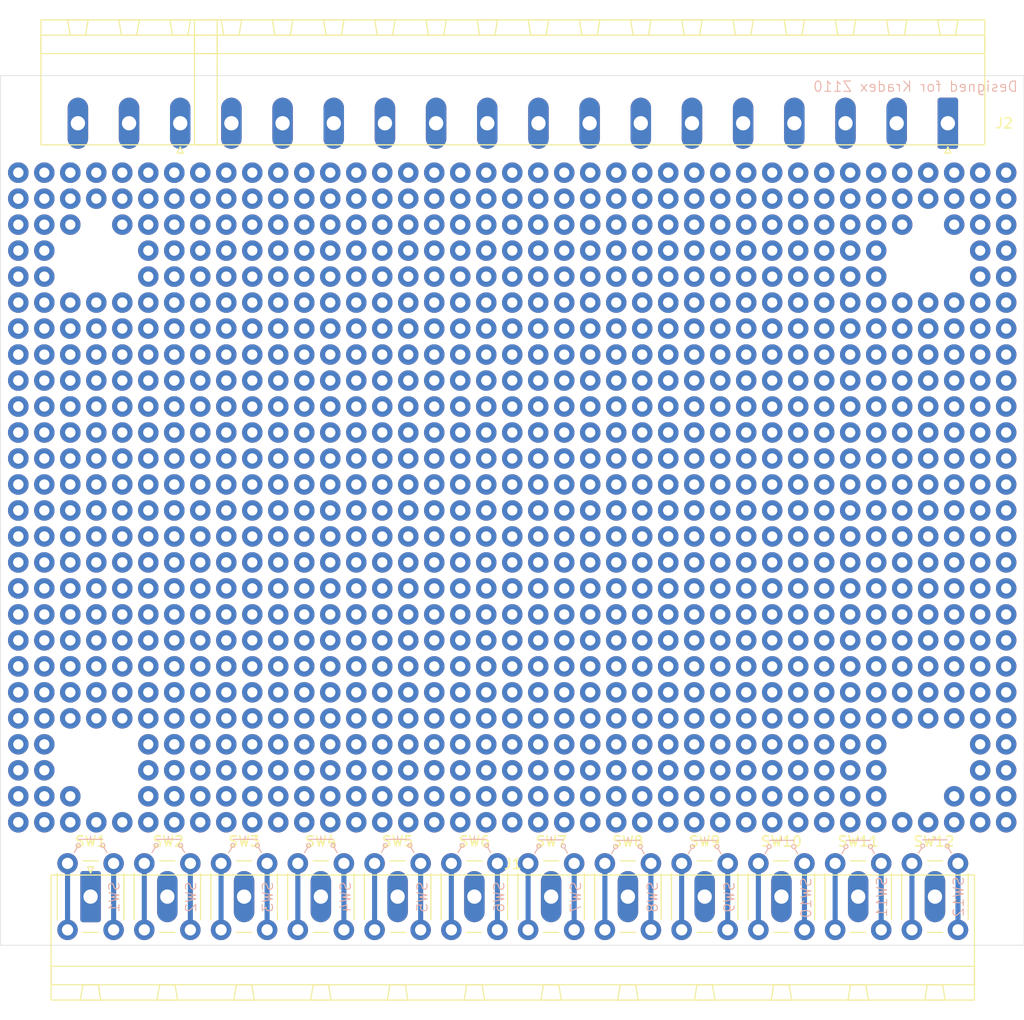
<source format=kicad_pcb>
(kicad_pcb (version 20240108) (generator "pcbnew") (generator_version "8.0")
  (layers (0 "F.Cu" signal) (31 "B.Cu" signal) (34 "B.Paste" user) (35 "F.Paste" user) (36 "B.SilkS" user "B.Silkscreen") (37 "F.SilkS" user "F.Silkscreen") (38 "B.Mask" user) (39 "F.Mask" user) (44 "Edge.Cuts" user))
  (net 0 "")
  (net 26 "unconnected-(SW1-A-Pad1)")
  (net 27 "unconnected-(SW1-B-Pad2)")
  (net 28 "unconnected-(SW2-A-Pad1)")
  (net 29 "unconnected-(SW2-B-Pad2)")
  (net 30 "unconnected-(SW3-A-Pad1)")
  (net 31 "unconnected-(SW3-B-Pad2)")
  (net 32 "unconnected-(SW4-B-Pad2)")
  (net 33 "unconnected-(SW4-A-Pad1)")
  (net 34 "unconnected-(SW5-A-Pad1)")
  (net 35 "unconnected-(SW5-B-Pad2)")
  (net 36 "unconnected-(SW6-B-Pad2)")
  (net 37 "unconnected-(SW6-A-Pad1)")
  (net 38 "unconnected-(SW7-A-Pad1)")
  (net 39 "unconnected-(SW7-B-Pad2)")
  (net 40 "unconnected-(SW8-A-Pad1)")
  (net 41 "unconnected-(SW8-B-Pad2)")
  (net 42 "unconnected-(SW9-B-Pad2)")
  (net 43 "unconnected-(SW9-A-Pad1)")
  (net 44 "unconnected-(SW10-B-Pad2)")
  (net 45 "unconnected-(SW10-A-Pad1)")
  (net 51 "unconnected-(SW11-B-Pad2)")
  (net 52 "unconnected-(SW11-A-Pad1)")
  (net 53 "unconnected-(SW12-A-Pad1)")
  (net 54 "unconnected-(SW12-B-Pad2)")
  (footprint "" (layer "F.Cu") (at 180.12 103.78)
    (property "Reference" "")
    (property "Value" "")
  )
  (footprint "" (layer "F.Cu") (at 175.04 96.16)
    (property "Reference" "")
    (property "Value" "")
  )
  (footprint "" (layer "F.Cu") (at 169.96 68.22)
    (property "Reference" "")
    (property "Value" "")
  )
  (footprint "" (layer "F.Cu") (at 223.3 113.94)
    (property "Reference" "")
    (property "Value" "")
  )
  (footprint "" (layer "F.Cu") (at 195.36 70.76)
    (property "Reference" "")
    (property "Value" "")
  )
  (footprint "" (layer "F.Cu") (at 202.98 96.16)
    (property "Reference" "")
    (property "Value" "")
  )
  (footprint "" (layer "F.Cu") (at 167.42 101.24)
    (property "Reference" "")
    (property "Value" "")
  )
  (footprint "" (layer "F.Cu") (at 164.88 68.22)
    (property "Reference" "")
    (property "Value" "")
  )
  (footprint "" (layer "F.Cu") (at 172.5 68.22)
    (property "Reference" "")
    (property "Value" "")
  )
  (footprint "" (layer "F.Cu") (at 243.62 80.92)
    (property "Reference" "")
    (property "Value" "")
  )
  (footprint "" (layer "F.Cu") (at 213.14 98.7)
    (property "Reference" "")
    (property "Value" "")
  )
  (footprint "" (layer "F.Cu") (at 177.58 98.7)
    (property "Reference" "")
    (property "Value" "")
  )
  (footprint "" (layer "F.Cu") (at 187.74 91.08)
    (property "Reference" "")
    (property "Value" "")
  )
  (footprint "" (layer "F.Cu") (at 159.8 86)
    (property "Reference" "")
    (property "Value" "")
  )
  (footprint "" (layer "F.Cu") (at 172.5 58.06)
    (property "Reference" "")
    (property "Value" "")
  )
  (footprint "" (layer "F.Cu") (at 164.88 88.54)
    (property "Reference" "")
    (property "Value" "")
  )
  (footprint "" (layer "F.Cu") (at 215.68 52.98)
    (property "Reference" "")
    (property "Value" "")
  )
  (footprint "" (layer "F.Cu") (at 180.12 68.22)
    (property "Reference" "")
    (property "Value" "")
  )
  (footprint "" (layer "F.Cu") (at 149.64 65.68)
    (property "Reference" "")
    (property "Value" "")
  )
  (footprint "" (layer "F.Cu") (at 213.14 116.48)
    (property "Reference" "")
    (property "Value" "")
  )
  (footprint "" (layer "F.Cu") (at 215.68 63.14)
    (property "Reference" "")
    (property "Value" "")
  )
  (footprint "Button_Switch_THT:SW_PUSH_6mm" (layer "F.Cu") (at 236.95 127 90)
    (property "Reference" "SW12")
    (property "Value" "SW_SPST")
  )
  (footprint "" (layer "F.Cu") (at 238.54 83.46)
    (property "Reference" "")
    (property "Value" "")
  )
  (footprint "" (layer "F.Cu") (at 210.6 83.46)
    (property "Reference" "")
    (property "Value" "")
  )
  (footprint "" (layer "F.Cu") (at 162.34 55.52)
    (property "Reference" "")
    (property "Value" "")
  )
  (footprint "" (layer "F.Cu") (at 152.18 70.76)
    (property "Reference" "")
    (property "Value" "")
  )
  (footprint "" (layer "F.Cu") (at 210.6 78.38)
    (property "Reference" "")
    (property "Value" "")
  )
  (footprint "" (layer "F.Cu") (at 154.72 55.52)
    (property "Reference" "")
    (property "Value" "")
  )
  (footprint "" (layer "F.Cu") (at 200.44 75.84)
    (property "Reference" "")
    (property "Value" "")
  )
  (footprint "" (layer "F.Cu") (at 243.62 98.7)
    (property "Reference" "")
    (property "Value" "")
  )
  (footprint "" (layer "F.Cu") (at 167.42 111.4)
    (property "Reference" "")
    (property "Value" "")
  )
  (footprint "" (layer "F.Cu") (at 218.22 78.38)
    (property "Reference" "")
    (property "Value" "")
  )
  (footprint "" (layer "F.Cu") (at 215.68 80.92)
    (property "Reference" "")
    (property "Value" "")
  )
  (footprint "" (layer "F.Cu") (at 238.54 88.54)
    (property "Reference" "")
    (property "Value" "")
  )
  (footprint "" (layer "F.Cu") (at 157.26 98.7)
    (property "Reference" "")
    (property "Value" "")
  )
  (footprint "" (layer "F.Cu") (at 208.06 88.54)
    (property "Reference" "")
    (property "Value" "")
  )
  (footprint "" (layer "F.Cu") (at 164.88 111.4)
    (property "Reference" "")
    (property "Value" "")
  )
  (footprint "" (layer "F.Cu") (at 213.14 65.68)
    (property "Reference" "")
    (property "Value" "")
  )
  (footprint "" (layer "F.Cu") (at 190.28 68.22)
    (property "Reference" "")
    (property "Value" "")
  )
  (footprint "" (layer "F.Cu") (at 177.58 58.06)
    (property "Reference" "")
    (property "Value" "")
  )
  (footprint "" (layer "F.Cu") (at 169.96 96.16)
    (property "Reference" "")
    (property "Value" "")
  )
  (footprint "" (layer "F.Cu") (at 187.74 65.68)
    (property "Reference" "")
    (property "Value" "")
  )
  (footprint "" (layer "F.Cu") (at 182.66 103.78)
    (property "Reference" "")
    (property "Value" "")
  )
  (footprint "" (layer "F.Cu") (at 233.46 83.46)
    (property "Reference" "")
    (property "Value" "")
  )
  (footprint "" (layer "F.Cu") (at 225.84 68.22)
    (property "Reference" "")
    (property "Value" "")
  )
  (footprint "" (layer "F.Cu") (at 154.72 113.94)
    (property "Reference" "")
    (property "Value" "")
  )
  (footprint "" (layer "F.Cu") (at 213.14 88.54)
    (property "Reference" "")
    (property "Value" "")
  )
  (footprint "" (layer "F.Cu") (at 190.28 88.54)
    (property "Reference" "")
    (property "Value" "")
  )
  (footprint "" (layer "F.Cu") (at 205.52 60.6)
    (property "Reference" "")
    (property "Value" "")
  )
  (footprint "" (layer "F.Cu") (at 215.68 78.38)
    (property "Reference" "")
    (property "Value" "")
  )
  (footprint "" (layer "F.Cu") (at 154.72 52.98)
    (property "Reference" "")
    (property "Value" "")
  )
  (footprint "" (layer "F.Cu") (at 190.28 73.3)
    (property "Reference" "")
    (property "Value" "")
  )
  (footprint "" (layer "F.Cu") (at 175.04 103.78)
    (property "Reference" "")
    (property "Value" "")
  )
  (footprint "" (layer "F.Cu") (at 246.16 103.78)
    (property "Reference" "")
    (property "Value" "")
  )
  (footprint "" (layer "F.Cu") (at 197.9 93.62)
    (property "Reference" "")
    (property "Value" "")
  )
  (footprint "" (layer "F.Cu") (at 225.84 113.94)
    (property "Reference" "")
    (property "Value" "")
  )
  (footprint "" (layer "F.Cu") (at 152.18 116.48)
    (property "Reference" "")
    (property "Value" "")
  )
  (footprint "" (layer "F.Cu") (at 238.54 73.3)
    (property "Reference" "")
    (property "Value" "")
  )
  (footprint "" (layer "F.Cu") (at 220.76 70.76)
    (property "Reference" "")
    (property "Value" "")
  )
  (footprint "" (layer "F.Cu") (at 152.18 73.3)
    (property "Reference" "")
    (property "Value" "")
  )
  (footprint "" (layer "F.Cu") (at 241.08 86)
    (property "Reference" "")
    (property "Value" "")
  )
  (footprint "" (layer "F.Cu") (at 190.28 65.68)
    (property "Reference" "")
    (property "Value" "")
  )
  (footprint "" (layer "F.Cu") (at 169.96 116.48)
    (property "Reference" "")
    (property "Value" "")
  )
  (footprint "" (layer "F.Cu") (at 223.3 101.24)
    (property "Reference" "")
    (property "Value" "")
  )
  (footprint "" (layer "F.Cu") (at 167.42 91.08)
    (property "Reference" "")
    (property "Value" "")
  )
  (footprint "" (layer "F.Cu") (at 177.58 78.38)
    (property "Reference" "")
    (property "Value" "")
  )
  (footprint "" (layer "F.Cu") (at 154.72 80.92)
    (property "Reference" "")
    (property "Value" "")
  )
  (footprint "" (layer "F.Cu") (at 164.88 52.98)
    (property "Reference" "")
    (property "Value" "")
  )
  (footprint "" (layer "F.Cu") (at 220.76 113.94)
    (property "Reference" "")
    (property "Value" "")
  )
  (footprint "" (layer "F.Cu") (at 233.46 106.32)
    (property "Reference" "")
    (property "Value" "")
  )
  (footprint "" (layer "F.Cu") (at 190.28 86)
    (property "Reference" "")
    (property "Value" "")
  )
  (footprint "" (layer "F.Cu") (at 180.12 88.54)
    (property "Reference" "")
    (property "Value" "")
  )
  (footprint "" (layer "F.Cu") (at 164.88 96.16)
    (property "Reference" "")
    (property "Value" "")
  )
  (footprint "" (layer "F.Cu") (at 220.76 111.4)
    (property "Reference" "")
    (property "Value" "")
  )
  (footprint "" (layer "F.Cu") (at 223.3 116.48)
    (property "Reference" "")
    (property "Value" "")
  )
  (footprint "" (layer "F.Cu") (at 157.26 96.16)
    (property "Reference" "")
    (property "Value" "")
  )
  (footprint "" (layer "F.Cu") (at 149.64 70.76)
    (property "Reference" "")
    (property "Value" "")
  )
  (footprint "" (layer "F.Cu") (at 225.84 88.54)
    (property "Reference" "")
    (property "Value" "")
  )
  (footprint "" (layer "F.Cu") (at 220.76 75.84)
    (property "Reference" "")
    (property "Value" "")
  )
  (footprint "" (layer "F.Cu") (at 205.52 68.22)
    (property "Reference" "")
    (property "Value" "")
  )
  (footprint "" (layer "F.Cu") (at 223.3 70.76)
    (property "Reference" "")
    (property "Value" "")
  )
  (footprint "" (layer "F.Cu") (at 154.72 88.54)
    (property "Reference" "")
    (property "Value" "")
  )
  (footprint "" (layer "F.Cu") (at 246.16 73.3)
    (property "Reference" "")
    (property "Value" "")
  )
  (footprint "" (layer "F.Cu") (at 202.98 60.6)
    (property "Reference" "")
    (property "Value" "")
  )
  (footprint "" (layer "F.Cu") (at 233.46 88.54)
    (property "Reference" "")
    (property "Value" "")
  )
  (footprint "" (layer "F.Cu") (at 228.38 103.78)
    (property "Reference" "")
    (property "Value" "")
  )
  (footprint "" (layer "F.Cu") (at 243.62 108.86)
    (property "Reference" "")
    (property "Value" "")
  )
  (footprint "MountingHole:MountingHole_3.2mm_M3" (layer "F.Cu") (at 157.65 61.35)
    (property "Reference" "H1" (hide yes))
    (property "Value" "MountingHole")
  )
  (footprint "" (layer "F.Cu") (at 157.26 68.22)
    (property "Reference" "")
    (property "Value" "")
  )
  (footprint "" (layer "F.Cu") (at 195.36 103.78)
    (property "Reference" "")
    (property "Value" "")
  )
  (footprint "" (layer "F.Cu") (at 192.82 101.24)
    (property "Reference" "")
    (property "Value" "")
  )
  (footprint "" (layer "F.Cu") (at 213.14 88.54)
    (property "Reference" "")
    (property "Value" "")
  )
  (footprint "" (layer "F.Cu") (at 200.44 68.22)
    (property "Reference" "")
    (property "Value" "")
  )
  (footprint "" (layer "F.Cu") (at 152.18 60.6)
    (property "Reference" "")
    (property "Value" "")
  )
  (footprint "" (layer "F.Cu") (at 238.54 80.92)
    (property "Reference" "")
    (property "Value" "")
  )
  (footprint "" (layer "F.Cu") (at 149.64 101.24)
    (property "Reference" "")
    (property "Value" "")
  )
  (footprint "" (layer "F.Cu") (at 200.44 103.78)
    (property "Reference" "")
    (property "Value" "")
  )
  (footprint "Button_Switch_THT:SW_PUSH_6mm" (layer "F.Cu") (at 169.45 127 90)
    (property "Reference" "SW3")
    (property "Value" "SW_SPST")
  )
  (footprint "" (layer "F.Cu") (at 223.3 103.78)
    (property "Reference" "")
    (property "Value" "")
  )
  (footprint "" (layer "F.Cu") (at 152.18 98.7)
    (property "Reference" "")
    (property "Value" "")
  )
  (footprint "" (layer "F.Cu") (at 225.84 96.16)
    (property "Reference" "")
    (property "Value" "")
  )
  (footprint "" (layer "F.Cu") (at 152.18 93.62)
    (property "Reference" "")
    (property "Value" "")
  )
  (footprint "" (layer "F.Cu") (at 172.5 55.52)
    (property "Reference" "")
    (property "Value" "")
  )
  (footprint "" (layer "F.Cu") (at 197.9 75.84)
    (property "Reference" "")
    (property "Value" "")
  )
  (footprint "" (layer "F.Cu") (at 246.16 60.6)
    (property "Reference" "")
    (property "Value" "")
  )
  (footprint "" (layer "F.Cu") (at 192.82 75.84)
    (property "Reference" "")
    (property "Value" "")
  )
  (footprint "" (layer "F.Cu") (at 218.22 55.52)
    (property "Reference" "")
    (property "Value" "")
  )
  (footprint "" (layer "F.Cu") (at 228.38 96.16)
    (property "Reference" "")
    (property "Value" "")
  )
  (footprint "" (layer "F.Cu") (at 233.46 111.4)
    (property "Reference" "")
    (property "Value" "")
  )
  (footprint "" (layer "F.Cu") (at 233.46 60.6)
    (property "Reference" "")
    (property "Value" "")
  )
  (footprint "" (layer "F.Cu") (at 149.64 108.86)
    (property "Reference" "")
    (property "Value" "")
  )
  (footprint "" (layer "F.Cu") (at 230.92 83.46)
    (property "Reference" "")
    (property "Value" "")
  )
  (footprint "" (layer "F.Cu") (at 213.14 101.24)
    (property "Reference" "")
    (property "Value" "")
  )
  (footprint "" (layer "F.Cu") (at 149.64 55.52)
    (property "Reference" "")
    (property "Value" "")
  )
  (footprint "" (layer "F.Cu") (at 233.46 91.08)
    (property "Reference" "")
    (property "Value" "")
  )
  (footprint "" (layer "F.Cu") (at 154.72 80.92)
    (property "Reference" "")
    (property "Value" "")
  )
  (footprint "" (layer "F.Cu") (at 164.88 65.68)
    (property "Reference" "")
    (property "Value" "")
  )
  (footprint "" (layer "F.Cu") (at 218.22 80.92)
    (property "Reference" "")
    (property "Value" "")
  )
  (footprint "" (layer "F.Cu") (at 157.26 88.54)
    (property "Reference" "")
    (property "Value" "")
  )
  (footprint "" (layer "F.Cu") (at 195.36 52.98)
    (property "Reference" "")
    (property "Value" "")
  )
  (footprint "" (layer "F.Cu") (at 172.5 83.46)
    (property "Reference" "")
    (property "Value" "")
  )
  (footprint "" (layer "F.Cu") (at 241.08 78.38)
    (property "Reference" "")
    (property "Value" "")
  )
  (footprint "" (layer "F.Cu") (at 223.3 93.62)
    (property "Reference" "")
    (property "Value" "")
  )
  (footprint "" (layer "F.Cu") (at 220.76 93.62)
    (property "Reference" "")
    (property "Value" "")
  )
  (footprint "" (layer "F.Cu") (at 154.72 73.3)
    (property "Reference" "")
    (property "Value" "")
  )
  (footprint "" (layer "F.Cu") (at 182.66 78.38)
    (property "Reference" "")
    (property "Value" "")
  )
  (footprint "" (layer "F.Cu") (at 246.16 106.32)
    (property "Reference" "")
    (property "Value" "")
  )
  (footprint "" (layer "F.Cu") (at 172.5 65.68)
    (property "Reference" "")
    (property "Value" "")
  )
  (footprint "" (layer "F.Cu") (at 180.12 78.38)
    (property "Reference" "")
    (property "Value" "")
  )
  (footprint "" (layer "F.Cu") (at 205.52 80.92)
    (property "Reference" "")
    (property "Value" "")
  )
  (footprint "" (layer "F.Cu") (at 215.68 58.06)
    (property "Reference" "")
    (property "Value" "")
  )
  (footprint "" (layer "F.Cu") (at 177.58 106.32)
    (property "Reference" "")
    (property "Value" "")
  )
  (footprint "" (layer "F.Cu") (at 172.5 60.6)
    (property "Reference" "")
    (property "Value" "")
  )
  (footprint "" (layer "F.Cu") (at 233.46 116.48)
    (property "Reference" "")
    (property "Value" "")
  )
  (footprint "" (layer "F.Cu") (at 190.28 93.62)
    (property "Reference" "")
    (property "Value" "")
  )
  (footprint "" (layer "F.Cu") (at 210.6 116.48)
    (property "Reference" "")
    (property "Value" "")
  )
  (footprint "" (layer "F.Cu") (at 180.12 116.48)
    (property "Reference" "")
    (property "Value" "")
  )
  (footprint "" (layer "F.Cu") (at 218.22 88.54)
    (property "Reference" "")
    (property "Value" "")
  )
  (footprint "" (layer "F.Cu") (at 200.44 93.62)
    (property "Reference" "")
    (property "Value" "")
  )
  (footprint "" (layer "F.Cu") (at 169.96 93.62)
    (property "Reference" "")
    (property "Value" "")
  )
  (footprint "" (layer "F.Cu") (at 213.14 103.78)
    (property "Reference" "")
    (property "Value" "")
  )
  (footprint "" (layer "F.Cu") (at 164.88 75.84)
    (property "Reference" "")
    (property "Value" "")
  )
  (footprint "" (layer "F.Cu") (at 190.28 116.48)
    (property "Reference" "")
    (property "Value" "")
  )
  (footprint "" (layer "F.Cu") (at 187.74 111.4)
    (property "Reference" "")
    (property "Value" "")
  )
  (footprint "" (layer "F.Cu") (at 202.98 108.86)
    (property "Reference" "")
    (property "Value" "")
  )
  (footprint "" (layer "F.Cu") (at 172.5 75.84)
    (property "Reference" "")
    (property "Value" "")
  )
  (footprint "" (layer "F.Cu") (at 197.9 86)
    (property "Reference" "")
    (property "Value" "")
  )
  (footprint "" (layer "F.Cu") (at 202.98 58.06)
    (property "Reference" "")
    (property "Value" "")
  )
  (footprint "" (layer "F.Cu") (at 164.88 58.06)
    (property "Reference" "")
    (property "Value" "")
  )
  (footprint "" (layer "F.Cu") (at 190.28 96.16)
    (property "Reference" "")
    (property "Value" "")
  )
  (footprint "" (layer "F.Cu") (at 218.22 58.06)
    (property "Reference" "")
    (property "Value" "")
  )
  (footprint "" (layer "F.Cu") (at 205.52 91.08)
    (property "Reference" "")
    (property "Value" "")
  )
  (footprint "" (layer "F.Cu") (at 180.12 106.32)
    (property "Reference" "")
    (property "Value" "")
  )
  (footprint "" (layer "F.Cu") (at 197.9 52.98)
    (property "Reference" "")
    (property "Value" "")
  )
  (footprint "" (layer "F.Cu") (at 210.6 113.94)
    (property "Reference" "")
    (property "Value" "")
  )
  (footprint "" (layer "F.Cu") (at 205.52 65.68)
    (property "Reference" "")
    (property "Value" "")
  )
  (footprint "" (layer "F.Cu") (at 149.64 103.78)
    (property "Reference" "")
    (property "Value" "")
  )
  (footprint "" (layer "F.Cu") (at 187.74 93.62)
    (property "Reference" "")
    (property "Value" "")
  )
  (footprint "" (layer "F.Cu") (at 164.88 80.92)
    (property "Reference" "")
    (property "Value" "")
  )
  (footprint "" (layer "F.Cu") (at 210.6 98.7)
    (property "Reference" "")
    (property "Value" "")
  )
  (footprint "" (layer "F.Cu") (at 157.26 80.92)
    (property "Reference" "")
    (property "Value" "")
  )
  (footprint "" (layer "F.Cu") (at 177.58 60.6)
    (property "Reference" "")
    (property "Value" "")
  )
  (footprint "" (layer "F.Cu") (at 192.82 63.14)
    (property "Reference" "")
    (property "Value" "")
  )
  (footprint "" (layer "F.Cu") (at 208.06 58.06)
    (property "Reference" "")
    (property "Value" "")
  )
  (footprint "" (layer "F.Cu") (at 197.9 60.6)
    (property "Reference" "")
    (property "Value" "")
  )
  (footprint "" (layer "F.Cu") (at 236 93.62)
    (property "Reference" "")
    (property "Value" "")
  )
  (footprint "" (layer "F.Cu") (at 190.28 91.08)
    (property "Reference" "")
    (property "Value" "")
  )
  (footprint "" (layer "F.Cu") (at 208.06 60.6)
    (property "Reference" "")
    (property "Value" "")
  )
  (footprint "" (layer "F.Cu") (at 164.88 116.48)
    (property "Reference" "")
    (property "Value" "")
  )
  (footprint "" (layer "F.Cu") (at 157.26 78.38)
    (property "Reference" "")
    (property "Value" "")
  )
  (footprint "" (layer "F.Cu") (at 164.88 91.08)
    (property "Reference" "")
    (property "Value" "")
  )
  (footprint "" (layer "F.Cu") (at 223.3 52.98)
    (property "Reference" "")
    (property "Value" "")
  )
  (footprint "" (layer "F.Cu") (at 246.16 88.54)
    (property "Reference" "")
    (property "Value" "")
  )
  (footprint "" (layer "F.Cu") (at 169.96 65.68)
    (property "Reference" "")
    (property "Value" "")
  )
  (footprint "" (layer "F.Cu") (at 230.92 73.3)
    (property "Reference" "")
    (property "Value" "")
  )
  (footprint "" (layer "F.Cu") (at 218.22 68.22)
    (property "Reference" "")
    (property "Value" "")
  )
  (footprint "" (layer "F.Cu") (at 187.74 103.78)
    (property "Reference" "")
    (property "Value" "")
  )
  (footprint "" (layer "F.Cu") (at 225.84 58.06)
    (property "Reference" "")
    (property "Value" "")
  )
  (footprint "" (layer "F.Cu") (at 230.92 88.54)
    (property "Reference" "")
    (property "Value" "")
  )
  (footprint "" (layer "F.Cu") (at 187.74 75.84)
    (property "Reference" "")
    (property "Value" "")
  )
  (footprint "" (layer "F.Cu") (at 208.06 70.76)
    (property "Reference" "")
    (property "Value" "")
  )
  (footprint "" (layer "F.Cu") (at 172.5 98.7)
    (property "Reference" "")
    (property "Value" "")
  )
  (footprint "" (layer "F.Cu") (at 200.44 96.16)
    (property "Reference" "")
    (property "Value" "")
  )
  (footprint "" (layer "F.Cu") (at 230.92 55.52)
    (property "Reference" "")
    (property "Value" "")
  )
  (footprint "" (layer "F.Cu") (at 246.16 108.86)
    (property "Reference" "")
    (property "Value" "")
  )
  (footprint "" (layer "F.Cu") (at 180.12 96.16)
    (property "Reference" "")
    (property "Value" "")
  )
  (footprint "" (layer "F.Cu") (at 164.88 103.78)
    (property "Reference" "")
    (property "Value" "")
  )
  (footprint "" (layer "F.Cu") (at 218.22 103.78)
    (property "Reference" "")
    (property "Value" "")
  )
  (footprint "" (layer "F.Cu") (at 213.14 108.86)
    (property "Reference" "")
    (property "Value" "")
  )
  (footprint "" (layer "F.Cu") (at 208.06 113.94)
    (property "Reference" "")
    (property "Value" "")
  )
  (footprint "" (layer "F.Cu") (at 182.66 60.6)
    (property "Reference" "")
    (property "Value" "")
  )
  (footprint "" (layer "F.Cu") (at 177.58 91.08)
    (property "Reference" "")
    (property "Value" "")
  )
  (footprint "" (layer "F.Cu") (at 218.22 93.62)
    (property "Reference" "")
    (property "Value" "")
  )
  (footprint "" (layer "F.Cu") (at 152.18 101.24)
    (property "Reference" "")
    (property "Value" "")
  )
  (footprint "" (layer "F.Cu") (at 185.2 96.16)
    (property "Reference" "")
    (property "Value" "")
  )
  (footprint "" (layer "F.Cu") (at 167.42 113.94)
    (property "Reference" "")
    (property "Value" "")
  )
  (footprint "" (layer "F.Cu") (at 167.42 60.6)
    (property "Reference" "")
    (property "Value" "")
  )
  (footprint "" (layer "F.Cu") (at 220.76 106.32)
    (property "Reference" "")
    (property "Value" "")
  )
  (footprint "" (layer "F.Cu") (at 215.68 111.4)
    (property "Reference" "")
    (property "Value" "")
  )
  (footprint "" (layer "F.Cu") (at 218.22 96.16)
    (property "Reference" "")
    (property "Value" "")
  )
  (footprint "" (layer "F.Cu") (at 164.88 86)
    (property "Reference" "")
    (property "Value" "")
  )
  (footprint "" (layer "F.Cu") (at 230.92 78.38)
    (property "Reference" "")
    (property "Value" "")
  )
  (footprint "" (layer "F.Cu") (at 246.16 101.24)
    (property "Reference" "")
    (property "Value" "")
  )
  (footprint "" (layer "F.Cu") (at 208.06 98.7)
    (property "Reference" "")
    (property "Value" "")
  )
  (footprint "" (layer "F.Cu") (at 236 58.06)
    (property "Reference" "")
    (property "Value" "")
  )
  (footprint "" (layer "F.Cu") (at 164.88 60.6)
    (property "Reference" "")
    (property "Value" "")
  )
  (footprint "" (layer "F.Cu") (at 154.72 96.16)
    (property "Reference" "")
    (property "Value" "")
  )
  (footprint "" (layer "F.Cu") (at 185.2 83.46)
    (property "Reference" "")
    (property "Value" "")
  )
  (footprint "" (layer "F.Cu") (at 185.2 65.68)
    (property "Reference" "")
    (property "Value" "")
  )
  (footprint "" (layer "F.Cu") (at 167.42 58.06)
    (property "Reference" "")
    (property "Value" "")
  )
  (footprint "" (layer "F.Cu") (at 192.82 68.22)
    (property "Reference" "")
    (property "Value" "")
  )
  (footprint "" (layer "F.Cu") (at 223.3 73.3)
    (property "Reference" "")
    (property "Value" "")
  )
  (footprint "" (layer "F.Cu") (at 154.72 101.24)
    (property "Reference" "")
    (property "Value" "")
  )
  (footprint "" (layer "F.Cu") (at 220.76 101.24)
    (property "Reference" "")
    (property "Value" "")
  )
  (footprint "" (layer "F.Cu") (at 190.28 80.92)
    (property "Reference" "")
    (property "Value" "")
  )
  (footprint "" (layer "F.Cu") (at 200.44 65.68)
    (property "Reference" "")
    (property "Value" "")
  )
  (footprint "" (layer "F.Cu") (at 195.36 68.22)
    (property "Reference" "")
    (property "Value" "")
  )
  (footprint "" (layer "F.Cu") (at 182.66 108.86)
    (property "Reference" "")
    (property "Value" "")
  )
  (footprint "" (layer "F.Cu") (at 205.52 83.46)
    (property "Reference" "")
    (property "Value" "")
  )
  (footprint "" (layer "F.Cu") (at 164.88 68.22)
    (property "Reference" "")
    (property "Value" "")
  )
  (footprint "" (layer "F.Cu") (at 233.46 55.52)
    (property "Reference" "")
    (property "Value" "")
  )
  (footprint "Button_Switch_THT:SW_PUSH_6mm" (layer "F.Cu") (at 191.95 127 90)
    (property "Reference" "SW6")
    (property "Value" "SW_SPST")
  )
  (footprint "" (layer "F.Cu") (at 220.76 60.6)
    (property "Reference" "")
    (property "Value" "")
  )
  (footprint "" (layer "F.Cu") (at 241.08 116.48)
    (property "Reference" "")
    (property "Value" "")
  )
  (footprint "" (layer "F.Cu") (at 220.76 108.86)
    (property "Reference" "")
    (property "Value" "")
  )
  (footprint "" (layer "F.Cu") (at 195.36 55.52)
    (property "Reference" "")
    (property "Value" "")
  )
  (footprint "" (layer "F.Cu") (at 187.74 68.22)
    (property "Reference" "")
    (property "Value" "")
  )
  (footprint "" (layer "F.Cu") (at 218.22 98.7)
    (property "Reference" "")
    (property "Value" "")
  )
  (footprint "" (layer "F.Cu") (at 241.08 113.94)
    (property "Reference" "")
    (property "Value" "")
  )
  (footprint "" (layer "F.Cu") (at 205.52 113.94)
    (property "Reference" "")
    (property "Value" "")
  )
  (footprint "" (layer "F.Cu") (at 175.04 83.46)
    (property "Reference" "")
    (property "Value" "")
  )
  (footprint "" (layer "F.Cu") (at 246.16 55.52)
    (property "Reference" "")
    (property "Value" "")
  )
  (footprint "" (layer "F.Cu") (at 225.84 116.48)
    (property "Reference" "")
    (property "Value" "")
  )
  (footprint "" (layer "F.Cu") (at 195.36 96.16)
    (property "Reference" "")
    (property "Value" "")
  )
  (footprint "" (layer "F.Cu") (at 162.34 70.76)
    (property "Reference" "")
    (property "Value" "")
  )
  (footprint "" (layer "F.Cu") (at 149.64 88.54)
    (property "Reference" "")
    (property "Value" "")
  )
  (footprint "" (layer "F.Cu") (at 180.12 52.98)
    (property "Reference" "")
    (property "Value" "")
  )
  (footprint "" (layer "F.Cu") (at 195.36 65.68)
    (property "Reference" "")
    (property "Value" "")
  )
  (footprint "" (layer "F.Cu") (at 169.96 113.94)
    (property "Reference" "")
    (property "Value" "")
  )
  (footprint "" (layer "F.Cu") (at 154.72 55.52)
    (property "Reference" "")
    (property "Value" "")
  )
  (footprint "" (layer "F.Cu") (at 208.06 86)
    (property "Reference" "")
    (property "Value" "")
  )
  (footprint "" (layer "F.Cu") (at 223.3 106.32)
    (property "Reference" "")
    (property "Value" "")
  )
  (footprint "" (layer "F.Cu") (at 149.64 52.98)
    (property "Reference" "")
    (property "Value" "")
  )
  (footprint "" (layer "F.Cu") (at 223.3 75.84)
    (property "Reference" "")
    (property "Value" "")
  )
  (footprint "" (layer "F.Cu") (at 167.42 52.98)
    (property "Reference" "")
    (property "Value" "")
  )
  (footprint "" (layer "F.Cu") (at 202.98 88.54)
    (property "Reference" "")
    (property "Value" "")
  )
  (footprint "" (layer "F.Cu") (at 167.42 88.54)
    (property "Reference" "")
    (property "Value" "")
  )
  (footprint "" (layer "F.Cu") (at 208.06 101.24)
    (property "Reference" "")
    (property "Value" "")
  )
  (footprint "Connector_Phoenix_MSTB:PhoenixContact_MSTBA_2,5_15-G_1x15_P5.00mm_Horizontal" (layer "F.Cu") (at 240.46 48.15 180)
    (property "Reference" "J2")
    (property "Value" "Terminalblock15")
  )
  (footprint "" (layer "F.Cu") (at 223.3 55.52)
    (property "Reference" "")
    (property "Value" "")
  )
  (footprint "Button_Switch_THT:SW_PUSH_6mm" (layer "F.Cu") (at 184.45 127 90)
    (property "Reference" "SW5")
    (property "Value" "SW_SPST")
  )
  (footprint "" (layer "F.Cu") (at 162.34 111.4)
    (property "Reference" "")
    (property "Value" "")
  )
  (footprint "Button_Switch_THT:SW_PUSH_6mm" (layer "F.Cu") (at 206.95 127 90)
    (property "Reference" "SW8")
    (property "Value" "SW_SPST")
  )
  (footprint "" (layer "F.Cu") (at 230.92 113.94)
    (property "Reference" "")
    (property "Value" "")
  )
  (footprint "" (layer "F.Cu") (at 162.34 116.48)
    (property "Reference" "")
    (property "Value" "")
  )
  (footprint "" (layer "F.Cu") (at 152.18 86)
    (property "Reference" "")
    (property "Value" "")
  )
  (footprint "" (layer "F.Cu") (at 228.38 65.68)
    (property "Reference" "")
    (property "Value" "")
  )
  (footprint "" (layer "F.Cu") (at 230.92 86)
    (property "Reference" "")
    (property "Value" "")
  )
  (footprint "" (layer "F.Cu") (at 167.42 68.22)
    (property "Reference" "")
    (property "Value" "")
  )
  (footprint "" (layer "F.Cu") (at 175.04 80.92)
    (property "Reference" "")
    (property "Value" "")
  )
  (footprint "" (layer "F.Cu") (at 200.44 80.92)
    (property "Reference" "")
    (property "Value" "")
  )
  (footprint "" (layer "F.Cu") (at 220.76 65.68)
    (property "Reference" "")
    (property "Value" "")
  )
  (footprint "" (layer "F.Cu") (at 225.84 52.98)
    (property "Reference" "")
    (property "Value" "")
  )
  (footprint "" (layer "F.Cu") (at 213.14 93.62)
    (property "Reference" "")
    (property "Value" "")
  )
  (footprint "" (layer "F.Cu") (at 197.9 101.24)
    (property "Reference" "")
    (property "Value" "")
  )
  (footprint "" (layer "F.Cu") (at 230.92 80.92)
    (property "Reference" "")
    (property "Value" "")
  )
  (footprint "" (layer "F.Cu") (at 169.96 60.6)
    (property "Reference" "")
    (property "Value" "")
  )
  (footprint "" (layer "F.Cu") (at 164.88 70.76)
    (property "Reference" "")
    (property "Value" "")
  )
  (footprint "" (layer "F.Cu") (at 238.54 91.08)
    (property "Reference" "")
    (property "Value" "")
  )
  (footprint "" (layer "F.Cu") (at 164.88 55.52)
    (property "Reference" "")
    (property "Value" "")
  )
  (footprint "" (layer "F.Cu") (at 213.14 78.38)
    (property "Reference" "")
    (property "Value" "")
  )
  (footprint "" (layer "F.Cu") (at 187.74 78.38)
    (property "Reference" "")
    (property "Value" "")
  )
  (footprint "" (layer "F.Cu") (at 187.74 108.86)
    (property "Reference" "")
    (property "Value" "")
  )
  (footprint "" (layer "F.Cu") (at 225.84 65.68)
    (property "Reference" "")
    (property "Value" "")
  )
  (footprint "" (layer "F.Cu") (at 225.84 103.78)
    (property "Reference" "")
    (property "Value" "")
  )
  (footprint "" (layer "F.Cu") (at 225.84 75.84)
    (property "Reference" "")
    (property "Value" "")
  )
  (footprint "" (layer "F.Cu") (at 228.38 101.24)
    (property "Reference" "")
    (property "Value" "")
  )
  (footprint "" (layer "F.Cu") (at 228.38 83.46)
    (property "Reference" "")
    (property "Value" "")
  )
  (footprint "" (layer "F.Cu") (at 230.92 101.24)
    (property "Reference" "")
    (property "Value" "")
  )
  (footprint "" (layer "F.Cu") (at 223.3 60.6)
    (property "Reference" "")
    (property "Value" "")
  )
  (footprint "" (layer "F.Cu") (at 167.42 96.16)
    (property "Reference" "")
    (property "Value" "")
  )
  (footprint "" (layer "F.Cu") (at 192.82 103.78)
    (property "Reference" "")
    (property "Value" "")
  )
  (footprint "" (layer "F.Cu") (at 236 65.68)
    (property "Reference" "")
    (property "Value" "")
  )
  (footprint "" (layer "F.Cu") (at 180.12 58.06)
    (property "Reference" "")
    (property "Value" "")
  )
  (footprint "" (layer "F.Cu") (at 175.04 73.3)
    (property "Reference" "")
    (property "Value" "")
  )
  (footprint "" (layer "F.Cu") (at 175.04 68.22)
    (property "Reference" "")
    (property "Value" "")
  )
  (footprint "" (layer "F.Cu") (at 185.2 103.78)
    (property "Reference" "")
    (property "Value" "")
  )
  (footprint "" (layer "F.Cu") (at 182.66 86)
    (property "Reference" "")
    (property "Value" "")
  )
  (footprint "" (layer "F.Cu") (at 159.8 55.52)
    (property "Reference" "")
    (property "Value" "")
  )
  (footprint "" (layer "F.Cu") (at 169.96 101.24)
    (property "Reference" "")
    (property "Value" "")
  )
  (footprint "" (layer "F.Cu") (at 192.82 106.32)
    (property "Reference" "")
    (property "Value" "")
  )
  (footprint "" (layer "F.Cu") (at 228.38 86)
    (property "Reference" "")
    (property "Value" "")
  )
  (footprint "" (layer "F.Cu") (at 154.72 75.84)
    (property "Reference" "")
    (property "Value" "")
  )
  (footprint "" (layer "F.Cu") (at 213.14 60.6)
    (property "Reference" "")
    (property "Value" "")
  )
  (footprint "" (layer "F.Cu") (at 177.58 68.22)
    (property "Reference" "")
    (property "Value" "")
  )
  (footprint "" (layer "F.Cu") (at 154.72 73.3)
    (property "Reference" "")
    (property "Value" "")
  )
  (footprint "" (layer "F.Cu") (at 243.62 86)
    (property "Reference" "")
    (property "Value" "")
  )
  (footprint "" (layer "F.Cu") (at 228.38 98.7)
    (property "Reference" "")
    (property "Value" "")
  )
  (footprint "" (layer "F.Cu") (at 213.14 58.06)
    (property "Reference" "")
    (property "Value" "")
  )
  (footprint "" (layer "F.Cu") (at 215.68 106.32)
    (property "Reference" "")
    (property "Value" "")
  )
  (footprint "" (layer "F.Cu") (at 152.18 55.52)
    (property "Reference" "")
    (property "Value" "")
  )
  (footprint "" (layer "F.Cu") (at 238.54 52.98)
    (property "Reference" "")
    (property "Value" "")
  )
  (footprint "" (layer "F.Cu") (at 169.96 111.4)
    (property "Reference" "")
    (property "Value" "")
  )
  (footprint "" (layer "F.Cu") (at 202.98 113.94)
    (property "Reference" "")
    (property "Value" "")
  )
  (footprint "" (layer "F.Cu") (at 164.88 91.08)
    (property "Reference" "")
    (property "Value" "")
  )
  (footprint "" (layer "F.Cu") (at 228.38 55.52)
    (property "Reference" "")
    (property "Value" "")
  )
  (footprint "" (layer "F.Cu") (at 220.76 116.48)
    (property "Reference" "")
    (property "Value" "")
  )
  (footprint "" (layer "F.Cu") (at 182.66 98.7)
    (property "Reference" "")
    (property "Value" "")
  )
  (footprint "" (layer "F.Cu") (at 187.74 113.94)
    (property "Reference" "")
    (property "Value" "")
  )
  (footprint "" (layer "F.Cu") (at 218.22 116.48)
    (property "Reference" "")
    (property "Value" "")
  )
  (footprint "" (layer "F.Cu") (at 210.6 55.52)
    (property "Reference" "")
    (property "Value" "")
  )
  (footprint "" (layer "F.Cu") (at 159.8 98.7)
    (property "Reference" "")
    (property "Value" "")
  )
  (footprint "" (layer "F.Cu") (at 218.22 86)
    (property "Reference" "")
    (property "Value" "")
  )
  (footprint "" (layer "F.Cu") (at 154.72 65.68)
    (property "Reference" "")
    (property "Value" "")
  )
  (footprint "" (layer "F.Cu") (at 225.84 80.92)
    (property "Reference" "")
    (property "Value" "")
  )
  (footprint "" (layer "F.Cu") (at 213.14 75.84)
    (property "Reference" "")
    (property "Value" "")
  )
  (footprint "" (layer "F.Cu") (at 167.42 80.92)
    (property "Reference" "")
    (property "Value" "")
  )
  (footprint "" (layer "F.Cu") (at 177.58 88.54)
    (property "Reference" "")
    (property "Value" "")
  )
  (footprint "" (layer "F.Cu") (at 215.68 101.24)
    (property "Reference" "")
    (property "Value" "")
  )
  (footprint "" (layer "F.Cu") (at 195.36 58.06)
    (property "Reference" "")
    (property "Value" "")
  )
  (footprint "" (layer "F.Cu") (at 230.92 116.48)
    (property "Reference" "")
    (property "Value" "")
  )
  (footprint "" (layer "F.Cu") (at 195.36 73.3)
    (property "Reference" "")
    (property "Value" "")
  )
  (footprint "" (layer "F.Cu") (at 228.38 111.4)
    (property "Reference" "")
    (property "Value" "")
  )
  (footprint "" (layer "F.Cu") (at 185.2 116.48)
    (property "Reference" "")
    (property "Value" "")
  )
  (footprint "" (layer "F.Cu") (at 197.9 70.76)
    (property "Reference" "")
    (property "Value" "")
  )
  (footprint "" (layer "F.Cu") (at 162.34 52.98)
    (property "Reference" "")
    (property "Value" "")
  )
  (footprint "" (layer "F.Cu") (at 164.88 83.46)
    (property "Reference" "")
    (property "Value" "")
  )
  (footprint "" (layer "F.Cu") (at 162.34 65.68)
    (property "Reference" "")
    (property "Value" "")
  )
  (footprint "" (layer "F.Cu") (at 225.84 63.14)
    (property "Reference" "")
    (property "Value" "")
  )
  (footprint "" (layer "F.Cu") (at 159.8 73.3)
    (property "Reference" "")
    (property "Value" "")
  )
  (footprint "" (layer "F.Cu") (at 228.38 68.22)
    (property "Reference" "")
    (property "Value" "")
  )
  (footprint "" (layer "F.Cu") (at 182.66 116.48)
    (property "Reference" "")
    (property "Value" "")
  )
  (footprint "" (layer "F.Cu") (at 241.08 75.84)
    (property "Reference" "")
    (property "Value" "")
  )
  (footprint "" (layer "F.Cu") (at 175.04 108.86)
    (property "Reference" "")
    (property "Value" "")
  )
  (footprint "" (layer "F.Cu") (at 190.28 55.52)
    (property "Reference" "")
    (property "Value" "")
  )
  (footprint "" (layer "F.Cu") (at 149.64 88.54)
    (property "Reference" "")
    (property "Value" "")
  )
  (footprint "" (layer "F.Cu") (at 210.6 93.62)
    (property "Reference" "")
    (property "Value" "")
  )
  (footprint "" (layer "F.Cu") (at 213.14 68.22)
    (property "Reference" "")
    (property "Value" "")
  )
  (footprint "" (layer "F.Cu") (at 180.12 91.08)
    (property "Reference" "")
    (property "Value" "")
  )
  (footprint "" (layer "F.Cu") (at 202.98 116.48)
    (property "Reference" "")
    (property "Value" "")
  )
  (footprint "" (layer "F.Cu") (at 190.28 98.7)
    (property "Reference" "")
    (property "Value" "")
  )
  (footprint "" (layer "F.Cu") (at 182.66 101.24)
    (property "Reference" "")
    (property "Value" "")
  )
  (footprint "" (layer "F.Cu") (at 230.92 68.22)
    (property "Reference" "")
    (property "Value" "")
  )
  (footprint "" (layer "F.Cu") (at 205.52 52.98)
    (property "Reference" "")
    (property "Value" "")
  )
  (footprint "" (layer "F.Cu") (at 215.68 60.6)
    (property "Reference" "")
    (property "Value" "")
  )
  (footprint "" (layer "F.Cu") (at 213.14 80.92)
    (property "Reference" "")
    (property "Value" "")
  )
  (footprint "" (layer "F.Cu") (at 157.26 116.48)
    (property "Reference" "")
    (property "Value" "")
  )
  (footprint "" (layer "F.Cu") (at 233.46 65.68)
    (property "Reference" "")
    (property "Value" "")
  )
  (footprint "" (layer "F.Cu") (at 152.18 52.98)
    (property "Reference" "")
    (property "Value" "")
  )
  (footprint "" (layer "F.Cu") (at 200.44 98.7)
    (property "Reference" "")
    (property "Value" "")
  )
  (footprint "" (layer "F.Cu") (at 213.14 93.62)
    (property "Reference" "")
    (property "Value" "")
  )
  (footprint "" (layer "F.Cu") (at 162.34 98.7)
    (property "Reference" "")
    (property "Value" "")
  )
  (footprint "" (layer "F.Cu") (at 246.16 93.62)
    (property "Reference" "")
    (property "Value" "")
  )
  (footprint "" (layer "F.Cu") (at 157.26 91.08)
    (property "Reference" "")
    (property "Value" "")
  )
  (footprint "" (layer "F.Cu") (at 192.82 70.76)
    (property "Reference" "")
    (property "Value" "")
  )
  (footprint "MountingHole:MountingHole_3.2mm_M3" (layer "F.Cu") (at 157.65 110.92)
    (property "Reference" "H3" (hide yes))
    (property "Value" "MountingHole")
  )
  (footprint "" (layer "F.Cu") (at 220.76 83.46)
    (property "Reference" "")
    (property "Value" "")
  )
  (footprint "" (layer "F.Cu") (at 154.72 78.38)
    (property "Reference" "")
    (property "Value" "")
  )
  (footprint "" (layer "F.Cu") (at 246.16 78.38)
    (property "Reference" "")
    (property "Value" "")
  )
  (footprint "" (layer "F.Cu") (at 164.88 58.06)
    (property "Reference" "")
    (property "Value" "")
  )
  (footprint "" (layer "F.Cu") (at 192.82 80.92)
    (property "Reference" "")
    (property "Value" "")
  )
  (footprint "" (layer "F.Cu") (at 164.88 113.94)
    (property "Reference" "")
    (property "Value" "")
  )
  (footprint "" (layer "F.Cu") (at 228.38 70.76)
    (property "Reference" "")
    (property "Value" "")
  )
  (footprint "" (layer "F.Cu") (at 218.22 63.14)
    (property "Reference" "")
    (property "Value" "")
  )
  (footprint "" (layer "F.Cu") (at 167.42 86)
    (property "Reference" "")
    (property "Value" "")
  )
  (footprint "" (layer "F.Cu") (at 159.8 58.06)
    (property "Reference" "")
    (property "Value" "")
  )
  (footprint "" (layer "F.Cu") (at 154.72 91.08)
    (property "Reference" "")
    (property "Value" "")
  )
  (footprint "" (layer "F.Cu") (at 177.58 70.76)
    (property "Reference" "")
    (property "Value" "")
  )
  (footprint "" (layer "F.Cu") (at 205.52 98.7)
    (property "Reference" "")
    (property "Value" "")
  )
  (footprint "" (layer "F.Cu") (at 180.12 101.24)
    (property "Reference" "")
    (property "Value" "")
  )
  (footprint "" (layer "F.Cu") (at 180.12 108.86)
    (property "Reference" "")
    (property "Value" "")
  )
  (footprint "" (layer "F.Cu") (at 197.9 106.32)
    (property "Reference" "")
    (property "Value" "")
  )
  (footprint "" (layer "F.Cu") (at 187.74 88.54)
    (property "Reference" "")
    (property "Value" "")
  )
  (footprint "" (layer "F.Cu") (at 233.46 108.86)
    (property "Reference" "")
    (property "Value" "")
  )
  (footprint "" (layer "F.Cu") (at 202.98 70.76)
    (property "Reference" "")
    (property "Value" "")
  )
  (footprint "" (layer "F.Cu") (at 149.64 113.94)
    (property "Reference" "")
    (property "Value" "")
  )
  (footprint "" (layer "F.Cu") (at 246.16 91.08)
    (property "Reference" "")
    (property "Value" "")
  )
  (footprint "" (layer "F.Cu") (at 233.46 70.76)
    (property "Reference" "")
    (property "Value" "")
  )
  (footprint "" (layer "F.Cu") (at 213.14 73.3)
    (property "Reference" "")
    (property "Value" "")
  )
  (footprint "" (layer "F.Cu") (at 230.92 58.06)
    (property "Reference" "")
    (property "Value" "")
  )
  (footprint "" (layer "F.Cu") (at 241.08 55.52)
    (property "Reference" "")
    (property "Value" "")
  )
  (footprint "" (layer "F.Cu") (at 202.98 106.32)
    (property "Reference" "")
    (property "Value" "")
  )
  (footprint "" (layer "F.Cu") (at 182.66 111.4)
    (property "Reference" "")
    (property "Value" "")
  )
  (footprint "" (layer "F.Cu") (at 190.28 113.94)
    (property "Reference" "")
    (property "Value" "")
  )
  (footprint "" (layer "F.Cu") (at 159.8 68.22)
    (property "Reference" "")
    (property "Value" "")
  )
  (footprint "MountingHole:MountingHole_3.2mm_M3" (layer "F.Cu") (at 238.15 61.35)
    (property "Reference" "H2" (hide yes))
    (property "Value" "MountingHole")
  )
  (footprint "" (layer "F.Cu") (at 167.42 63.14)
    (property "Reference" "")
    (property "Value" "")
  )
  (footprint "" (layer "F.Cu") (at 149.64 98.7)
    (property "Reference" "")
    (property "Value" "")
  )
  (footprint "" (layer "F.Cu") (at 172.5 70.76)
    (property "Reference" "")
    (property "Value" "")
  )
  (footprint "" (layer "F.Cu") (at 190.28 83.46)
    (property "Reference" "")
    (property "Value" "")
  )
  (footprint "" (layer "F.Cu") (at 185.2 80.92)
    (property "Reference" "")
    (property "Value" "")
  )
  (footprint "" (layer "F.Cu") (at 213.14 98.7)
    (property "Reference" "")
    (property "Value" "")
  )
  (footprint "" (layer "F.Cu") (at 205.52 70.76)
    (property "Reference" "")
    (property "Value" "")
  )
  (footprint "" (layer "F.Cu") (at 230.92 96.16)
    (property "Reference" "")
    (property "Value" "")
  )
  (footprint "" (layer "F.Cu") (at 208.06 96.16)
    (property "Reference" "")
    (property "Value" "")
  )
  (footprint "" (layer "F.Cu") (at 213.14 55.52)
    (property "Reference" "")
    (property "Value" "")
  )
  (footprint "" (layer "F.Cu") (at 162.34 106.32)
    (property "Reference" "")
    (property "Value" "")
  )
  (footprint "" (layer "F.Cu") (at 236 96.16)
    (property "Reference" "")
    (property "Value" "")
  )
  (footprint "" (layer "F.Cu") (at 190.28 101.24)
    (property "Reference" "")
    (property "Value" "")
  )
  (footprint "" (layer "F.Cu") (at 167.42 83.46)
    (property "Reference" "")
    (property "Value" "")
  )
  (footprint "" (layer "F.Cu") (at 185.2 73.3)
    (property "Reference" "")
    (property "Value" "")
  )
  (footprint "" (layer "F.Cu") (at 197.9 78.38)
    (property "Reference" "")
    (property "Value" "")
  )
  (footprint "" (layer "F.Cu") (at 180.12 86)
    (property "Reference" "")
    (property "Value" "")
  )
  (footprint "" (layer "F.Cu") (at 175.04 101.24)
    (property "Reference" "")
    (property "Value" "")
  )
  (footprint "" (layer "F.Cu") (at 195.36 80.92)
    (property "Reference" "")
    (property "Value" "")
  )
  (footprint "" (layer "F.Cu") (at 243.62 58.06)
    (property "Reference" "")
    (property "Value" "")
  )
  (footprint "" (layer "F.Cu") (at 233.46 75.84)
    (property "Reference" "")
    (property "Value" "")
  )
  (footprint "" (layer "F.Cu") (at 200.44 113.94)
    (property "Reference" "")
    (property "Value" "")
  )
  (footprint "" (layer "F.Cu") (at 238.54 101.24)
    (property "Reference" "")
    (property "Value" "")
  )
  (footprint "" (layer "F.Cu") (at 215.68 70.76)
    (property "Reference" "")
    (property "Value" "")
  )
  (footprint "" (layer "F.Cu") (at 192.82 108.86)
    (property "Reference" "")
    (property "Value" "")
  )
  (footprint "" (layer "F.Cu") (at 220.76 52.98)
    (property "Reference" "")
    (property "Value" "")
  )
  (footprint "" (layer "F.Cu") (at 182.66 58.06)
    (property "Reference" "")
    (property "Value" "")
  )
  (footprint "" (layer "F.Cu") (at 175.04 75.84)
    (property "Reference" "")
    (property "Value" "")
  )
  (footprint "" (layer "F.Cu") (at 241.08 68.22)
    (property "Reference" "")
    (property "Value" "")
  )
  (footprint "" (layer "F.Cu") (at 233.46 52.98)
    (property "Reference" "")
    (property "Value" "")
  )
  (footprint "" (layer "F.Cu") (at 215.68 86)
    (property "Reference" "")
    (property "Value" "")
  )
  (footprint "" (layer "F.Cu") (at 187.74 116.48)
    (property "Reference" "")
    (property "Value" "")
  )
  (footprint "" (layer "F.Cu") (at 164.88 96.16)
    (property "Reference" "")
    (property "Value" "")
  )
  (footprint "" (layer "F.Cu") (at 218.22 106.32)
    (property "Reference" "")
    (property "Value" "")
  )
  (footprint "" (layer "F.Cu") (at 172.5 80.92)
    (property "Reference" "")
    (property "Value" "")
  )
  (footprint "" (layer "F.Cu") (at 154.72 93.62)
    (property "Reference" "")
    (property "Value" "")
  )
  (footprint "" (layer "F.Cu") (at 164.88 78.38)
    (property "Reference" "")
    (property "Value" "")
  )
  (footprint "" (layer "F.Cu") (at 180.12 55.52)
    (property "Reference" "")
    (property "Value" "")
  )
  (footprint "" (layer "F.Cu") (at 180.12 65.68)
    (property "Reference" "")
    (property "Value" "")
  )
  (footprint "" (layer "F.Cu") (at 225.84 78.38)
    (property "Reference" "")
    (property "Value" "")
  )
  (footprint "" (layer "F.Cu") (at 205.52 55.52)
    (property "Reference" "")
    (property "Value" "")
  )
  (footprint "" (layer "F.Cu") (at 154.72 116.48)
    (property "Reference" "")
    (property "Value" "")
  )
  (footprint "" (layer "F.Cu") (at 241.08 93.62)
    (property "Reference" "")
    (property "Value" "")
  )
  (footprint "" (layer "F.Cu") (at 243.62 63.14)
    (property "Reference" "")
    (property "Value" "")
  )
  (footprint "" (layer "F.Cu") (at 175.04 52.98)
    (property "Reference" "")
    (property "Value" "")
  )
  (footprint "" (layer "F.Cu") (at 152.18 65.68)
    (property "Reference" "")
    (property "Value" "")
  )
  (footprint "" (layer "F.Cu") (at 164.88 75.84)
    (property "Reference" "")
    (property "Value" "")
  )
  (footprint "" (layer "F.Cu") (at 180.12 98.7)
    (property "Reference" "")
    (property "Value" "")
  )
  (footprint "" (layer "F.Cu") (at 243.62 70.76)
    (property "Reference" "")
    (property "Value" "")
  )
  (footprint "" (layer "F.Cu") (at 230.92 91.08)
    (property "Reference" "")
    (property "Value" "")
  )
  (footprint "" (layer "F.Cu") (at 195.36 86)
    (property "Reference" "")
    (property "Value" "")
  )
  (footprint "" (layer "F.Cu") (at 220.76 80.92)
    (property "Reference" "")
    (property "Value" "")
  )
  (footprint "" (layer "F.Cu") (at 177.58 103.78)
    (property "Reference" "")
    (property "Value" "")
  )
  (footprint "" (layer "F.Cu") (at 233.46 78.38)
    (property "Reference" "")
    (property "Value" "")
  )
  (footprint "" (layer "F.Cu") (at 172.5 113.94)
    (property "Reference" "")
    (property "Value" "")
  )
  (footprint "" (layer "F.Cu") (at 223.3 98.7)
    (property "Reference" "")
    (property "Value" "")
  )
  (footprint "" (layer "F.Cu") (at 233.46 96.16)
    (property "Reference" "")
    (property "Value" "")
  )
  (footprint "" (layer "F.Cu") (at 246.16 70.76)
    (property "Reference" "")
    (property "Value" "")
  )
  (footprint "" (layer "F.Cu") (at 157.26 106.32)
    (property "Reference" "")
    (property "Value" "")
  )
  (footprint "" (layer "F.Cu") (at 243.62 78.38)
    (property "Reference" "")
    (property "Value" "")
  )
  (footprint "" (layer "F.Cu") (at 200.44 106.32)
    (property "Reference" "")
    (property "Value" "")
  )
  (footprint "" (layer "F.Cu") (at 159.8 96.16)
    (property "Reference" "")
    (property "Value" "")
  )
  (footprint "" (layer "F.Cu") (at 205.52 96.16)
    (property "Reference" "")
    (property "Value" "")
  )
  (footprint "" (layer "F.Cu") (at 213.14 113.94)
    (property "Reference" "")
    (property "Value" "")
  )
  (footprint "" (layer "F.Cu") (at 236 68.22)
    (property "Reference" "")
    (property "Value" "")
  )
  (footprint "" (layer "F.Cu") (at 190.28 106.32)
    (property "Reference" "")
    (property "Value" "")
  )
  (footprint "" (layer "F.Cu") (at 215.68 108.86)
    (property "Reference" "")
    (property "Value" "")
  )
  (footprint "" (layer "F.Cu") (at 152.18 80.92)
    (property "Reference" "")
    (property "Value" "")
  )
  (footprint "" (layer "F.Cu") (at 162.34 96.16)
    (property "Reference" "")
    (property "Value" "")
  )
  (footprint "" (layer "F.Cu") (at 220.76 73.3)
    (property "Reference" "")
    (property "Value" "")
  )
  (footprint "" (layer "F.Cu") (at 202.98 75.84)
    (property "Reference" "")
    (property "Value" "")
  )
  (footprint "" (layer "F.Cu") (at 162.34 78.38)
    (property "Reference" "")
    (property "Value" "")
  )
  (footprint "" (layer "F.Cu") (at 236 83.46)
    (property "Reference" "")
    (property "Value" "")
  )
  (footprint "" (layer "F.Cu") (at 246.16 63.14)
    (property "Reference" "")
    (property "Value" "")
  )
  (footprint "" (layer "F.Cu") (at 215.68 55.52)
    (property "Reference" "")
    (property "Value" "")
  )
  (footprint "" (layer "F.Cu") (at 149.64 98.7)
    (property "Reference" "")
    (property "Value" "")
  )
  (footprint "" (layer "F.Cu") (at 164.88 78.38)
    (property "Reference" "")
    (property "Value" "")
  )
  (footprint "" (layer "F.Cu") (at 213.14 73.3)
    (property "Reference" "")
    (property "Value" "")
  )
  (footprint "" (layer "F.Cu") (at 246.16 75.84)
    (property "Reference" "")
    (property "Value" "")
  )
  (footprint "" (layer "F.Cu") (at 154.72 101.24)
    (property "Reference" "")
    (property "Value" "")
  )
  (footprint "" (layer "F.Cu") (at 169.96 63.14)
    (property "Reference" "")
    (property "Value" "")
  )
  (footprint "" (layer "F.Cu") (at 190.28 63.14)
    (property "Reference" "")
    (property "Value" "")
  )
  (footprint "" (layer "F.Cu") (at 243.62 60.6)
    (property "Reference" "")
    (property "Value" "")
  )
  (footprint "" (layer "F.Cu") (at 233.46 73.3)
    (property "Reference" "")
    (property "Value" "")
  )
  (footprint "" (layer "F.Cu") (at 162.34 80.92)
    (property "Reference" "")
    (property "Value" "")
  )
  (footprint "" (layer "F.Cu") (at 223.3 86)
    (property "Reference" "")
    (property "Value" "")
  )
  (footprint "" (layer "F.Cu") (at 172.5 93.62)
    (property "Reference" "")
    (property "Value" "")
  )
  (footprint "" (layer "F.Cu") (at 149.64 75.84)
    (property "Reference" "")
    (property "Value" "")
  )
  (footprint "" (layer "F.Cu") (at 195.36 63.14)
    (property "Reference" "")
    (property "Value" "")
  )
  (footprint "" (layer "F.Cu") (at 208.06 111.4)
    (property "Reference" "")
    (property "Value" "")
  )
  (footprint "" (layer "F.Cu") (at 149.64 80.92)
    (property "Reference" "")
    (property "Value" "")
  )
  (footprint "" (layer "F.Cu") (at 230.92 98.7)
    (property "Reference" "")
    (property "Value" "")
  )
  (footprint "" (layer "F.Cu") (at 197.9 73.3)
    (property "Reference" "")
    (property "Value" "")
  )
  (footprint "" (layer "F.Cu") (at 246.16 58.06)
    (property "Reference" "")
    (property "Value" "")
  )
  (footprint "" (layer "F.Cu") (at 246.16 52.98)
    (property "Reference" "")
    (property "Value" "")
  )
  (footprint "" (layer "F.Cu") (at 180.12 60.6)
    (property "Reference" "")
    (property "Value" "")
  )
  (footprint "" (layer "F.Cu") (at 213.14 111.4)
    (property "Reference" "")
    (property "Value" "")
  )
  (footprint "" (layer "F.Cu") (at 159.8 103.78)
    (property "Reference" "")
    (property "Value" "")
  )
  (footprint "" (layer "F.Cu") (at 164.88 80.92)
    (property "Reference" "")
    (property "Value" "")
  )
  (footprint "" (layer "F.Cu") (at 208.06 93.62)
    (property "Reference" "")
    (property "Value" "")
  )
  (footprint "" (layer "F.Cu") (at 187.74 86)
    (property "Reference" "")
    (property "Value" "")
  )
  (footprint "" (layer "F.Cu") (at 152.18 106.32)
    (property "Reference" "")
    (property "Value" "")
  )
  (footprint "" (layer "F.Cu") (at 202.98 68.22)
    (property "Reference" "")
    (property "Value" "")
  )
  (footprint "" (layer "F.Cu") (at 185.2 68.22)
    (property "Reference" "")
    (property "Value" "")
  )
  (footprint "" (layer "F.Cu") (at 175.04 106.32)
    (property "Reference" "")
    (property "Value" "")
  )
  (footprint "" (layer "F.Cu") (at 154.72 58.06)
    (property "Reference" "")
    (property "Value" "")
  )
  (footprint "" (layer "F.Cu") (at 197.9 80.92)
    (property "Reference" "")
    (property "Value" "")
  )
  (footprint "" (layer "F.Cu") (at 202.98 98.7)
    (property "Reference" "")
    (property "Value" "")
  )
  (footprint "" (layer "F.Cu") (at 215.68 65.68)
    (property "Reference" "")
    (property "Value" "")
  )
  (footprint "" (layer "F.Cu") (at 167.42 75.84)
    (property "Reference" "")
    (property "Value" "")
  )
  (footprint "" (layer "F.Cu") (at 152.18 108.86)
    (property "Reference" "")
    (property "Value" "")
  )
  (footprint "" (layer "F.Cu") (at 223.3 63.14)
    (property "Reference" "")
    (property "Value" "")
  )
  (footprint "" (layer "F.Cu") (at 208.06 63.14)
    (property "Reference" "")
    (property "Value" "")
  )
  (footprint "" (layer "F.Cu") (at 228.38 91.08)
    (property "Reference" "")
    (property "Value" "")
  )
  (footprint "" (layer "F.Cu") (at 243.62 116.48)
    (property "Reference" "")
    (property "Value" "")
  )
  (footprint "" (layer "F.Cu") (at 192.82 93.62)
    (property "Reference" "")
    (property "Value" "")
  )
  (footprint "Button_Switch_THT:SW_PUSH_6mm" (layer "F.Cu") (at 221.95 127 90)
    (property "Reference" "SW10")
    (property "Value" "SW_SPST")
  )
  (footprint "" (layer "F.Cu") (at 225.84 70.76)
    (property "Reference" "")
    (property "Value" "")
  )
  (footprint "" (layer "F.Cu") (at 175.04 116.48)
    (property "Reference" "")
    (property "Value" "")
  )
  (footprint "" (layer "F.Cu") (at 236 101.24)
    (property "Reference" "")
    (property "Value" "")
  )
  (footprint "" (layer "F.Cu") (at 195.36 106.32)
    (property "Reference" "")
    (property "Value" "")
  )
  (footprint "" (layer "F.Cu") (at 187.74 106.32)
    (property "Reference" "")
    (property "Value" "")
  )
  (footprint "" (layer "F.Cu") (at 192.82 58.06)
    (property "Reference" "")
    (property "Value" "")
  )
  (footprint "" (layer "F.Cu") (at 154.72 96.16)
    (property "Reference" "")
    (property "Value" "")
  )
  (footprint "" (layer "F.Cu") (at 200.44 116.48)
    (property "Reference" "")
    (property "Value" "")
  )
  (footprint "" (layer "F.Cu") (at 162.34 73.3)
    (property "Reference" "")
    (property "Value" "")
  )
  (footprint "" (layer "F.Cu") (at 225.84 108.86)
    (property "Reference" "")
    (property "Value" "")
  )
  (footprint "" (layer "F.Cu") (at 167.42 106.32)
    (property "Reference" "")
    (property "Value" "")
  )
  (footprint "" (layer "F.Cu") (at 185.2 86)
    (property "Reference" "")
    (property "Value" "")
  )
  (footprint "" (layer "F.Cu") (at 190.28 75.84)
    (property "Reference" "")
    (property "Value" "")
  )
  (footprint "" (layer "F.Cu") (at 177.58 96.16)
    (property "Reference" "")
    (property "Value" "")
  )
  (footprint "" (layer "F.Cu") (at 213.14 86)
    (property "Reference" "")
    (property "Value" "")
  )
  (footprint "" (layer "F.Cu") (at 154.72 103.78)
    (property "Reference" "")
    (property "Value" "")
  )
  (footprint "" (layer "F.Cu") (at 213.14 70.76)
    (property "Reference" "")
    (property "Value" "")
  )
  (footprint "" (layer "F.Cu") (at 213.14 91.08)
    (property "Reference" "")
    (property "Value" "")
  )
  (footprint "" (layer "F.Cu") (at 190.28 58.06)
    (property "Reference" "")
    (property "Value" "")
  )
  (footprint "" (layer "F.Cu") (at 246.16 113.94)
    (property "Reference" "")
    (property "Value" "")
  )
  (footprint "" (layer "F.Cu") (at 225.84 106.32)
    (property "Reference" "")
    (property "Value" "")
  )
  (footprint "" (layer "F.Cu") (at 172.5 52.98)
    (property "Reference" "")
    (property "Value" "")
  )
  (footprint "" (layer "F.Cu") (at 190.28 60.6)
    (property "Reference" "")
    (property "Value" "")
  )
  (footprint "" (layer "F.Cu") (at 182.66 70.76)
    (property "Reference" "")
    (property "Value" "")
  )
  (footprint "" (layer "F.Cu") (at 169.96 98.7)
    (property "Reference" "")
    (property "Value" "")
  )
  (footprint "" (layer "F.Cu") (at 223.3 78.38)
    (property "Reference" "")
    (property "Value" "")
  )
  (footprint "Button_Switch_THT:SW_PUSH_6mm" (layer "F.Cu") (at 199.45 127 90)
    (property "Reference" "SW7")
    (property "Value" "SW_SPST")
  )
  (footprint "" (layer "F.Cu") (at 218.22 113.94)
    (property "Reference" "")
    (property "Value" "")
  )
  (footprint "" (layer "F.Cu") (at 175.04 60.6)
    (property "Reference" "")
    (property "Value" "")
  )
  (footprint "" (layer "F.Cu") (at 177.58 101.24)
    (property "Reference" "")
    (property "Value" "")
  )
  (footprint "" (layer "F.Cu") (at 169.96 78.38)
    (property "Reference" "")
    (property "Value" "")
  )
  (footprint "" (layer "F.Cu") (at 149.64 83.46)
    (property "Reference" "")
    (property "Value" "")
  )
  (footprint "" (layer "F.Cu") (at 210.6 101.24)
    (property "Reference" "")
    (property "Value" "")
  )
  (footprint "" (layer "F.Cu") (at 164.88 116.48)
    (property "Reference" "")
    (property "Value" "")
  )
  (footprint "" (layer "F.Cu") (at 200.44 73.3)
    (property "Reference" "")
    (property "Value" "")
  )
  (footprint "" (layer "F.Cu") (at 246.16 111.4)
    (property "Reference" "")
    (property "Value" "")
  )
  (footprint "" (layer "F.Cu") (at 152.18 63.14)
    (property "Reference" "")
    (property "Value" "")
  )
  (footprint "" (layer "F.Cu") (at 167.42 116.48)
    (property "Reference" "")
    (property "Value" "")
  )
  (footprint "" (layer "F.Cu") (at 195.36 83.46)
    (property "Reference" "")
    (property "Value" "")
  )
  (footprint "" (layer "F.Cu") (at 164.88 106.32)
    (property "Reference" "")
    (property "Value" "")
  )
  (footprint "" (layer "F.Cu") (at 236 91.08)
    (property "Reference" "")
    (property "Value" "")
  )
  (footprint "" (layer "F.Cu") (at 246.16 116.48)
    (property "Reference" "")
    (property "Value" "")
  )
  (footprint "" (layer "F.Cu") (at 246.16 96.16)
    (property "Reference" "")
    (property "Value" "")
  )
  (footprint "" (layer "F.Cu") (at 185.2 98.7)
    (property "Reference" "")
    (property "Value" "")
  )
  (footprint "" (layer "F.Cu") (at 197.9 111.4)
    (property "Reference" "")
    (property "Value" "")
  )
  (footprint "" (layer "F.Cu") (at 205.52 101.24)
    (property "Reference" "")
    (property "Value" "")
  )
  (footprint "" (layer "F.Cu") (at 159.8 106.32)
    (property "Reference" "")
    (property "Value" "")
  )
  (footprint "" (layer "F.Cu") (at 180.12 113.94)
    (property "Reference" "")
    (property "Value" "")
  )
  (footprint "" (layer "F.Cu") (at 195.36 75.84)
    (property "Reference" "")
    (property "Value" "")
  )
  (footprint "" (layer "F.Cu") (at 182.66 52.98)
    (property "Reference" "")
    (property "Value" "")
  )
  (footprint "" (layer "F.Cu") (at 164.88 52.98)
    (property "Reference" "")
    (property "Value" "")
  )
  (footprint "" (layer "F.Cu") (at 236 75.84)
    (property "Reference" "")
    (property "Value" "")
  )
  (footprint "" (layer "F.Cu") (at 154.72 91.08)
    (property "Reference" "")
    (property "Value" "")
  )
  (footprint "" (layer "F.Cu") (at 175.04 111.4)
    (property "Reference" "")
    (property "Value" "")
  )
  (footprint "" (layer "F.Cu") (at 167.42 65.68)
    (property "Reference" "")
    (property "Value" "")
  )
  (footprint "" (layer "F.Cu") (at 149.64 63.14)
    (property "Reference" "")
    (property "Value" "")
  )
  (footprint "" (layer "F.Cu") (at 200.44 111.4)
    (property "Reference" "")
    (property "Value" "")
  )
  (footprint "" (layer "F.Cu") (at 210.6 73.3)
    (property "Reference" "")
    (property "Value" "")
  )
  (footprint "" (layer "F.Cu") (at 197.9 98.7)
    (property "Reference" "")
    (property "Value" "")
  )
  (footprint "" (layer "F.Cu") (at 213.14 113.94)
    (property "Reference" "")
    (property "Value" "")
  )
  (footprint "" (layer "F.Cu") (at 228.38 88.54)
    (property "Reference" "")
    (property "Value" "")
  )
  (footprint "" (layer "F.Cu") (at 197.9 68.22)
    (property "Reference" "")
    (property "Value" "")
  )
  (footprint "" (layer "F.Cu") (at 185.2 63.14)
    (property "Reference" "")
    (property "Value" "")
  )
  (footprint "" (layer "F.Cu") (at 172.5 63.14)
    (property "Reference" "")
    (property "Value" "")
  )
  (footprint "" (layer "F.Cu") (at 167.42 98.7)
    (property "Reference" "")
    (property "Value" "")
  )
  (footprint "" (layer "F.Cu") (at 162.34 58.06)
    (property "Reference" "")
    (property "Value" "")
  )
  (footprint "" (layer "F.Cu") (at 157.26 55.52)
    (property "Reference" "")
    (property "Value" "")
  )
  (footprint "MountingHole:MountingHole_3.2mm_M3" (layer "F.Cu") (at 238.15 110.92)
    (property "Reference" "H4" (hide yes))
    (property "Value" "MountingHole")
  )
  (footprint "" (layer "F.Cu") (at 215.68 96.16)
    (property "Reference" "")
    (property "Value" "")
  )
  (footprint "" (layer "F.Cu") (at 215.68 75.84)
    (property "Reference" "")
    (property "Value" "")
  )
  (footprint "" (layer "F.Cu") (at 154.72 93.62)
    (property "Reference" "")
    (property "Value" "")
  )
  (footprint "" (layer "F.Cu") (at 213.14 116.48)
    (property "Reference" "")
    (property "Value" "")
  )
  (footprint "" (layer "F.Cu") (at 230.92 65.68)
    (property "Reference" "")
    (property "Value" "")
  )
  (footprint "" (layer "F.Cu") (at 208.06 91.08)
    (property "Reference" "")
    (property "Value" "")
  )
  (footprint "" (layer "F.Cu") (at 149.64 60.6)
    (property "Reference" "")
    (property "Value" "")
  )
  (footprint "" (layer "F.Cu") (at 228.38 78.38)
    (property "Reference" "")
    (property "Value" "")
  )
  (footprint "" (layer "F.Cu") (at 236 86)
    (property "Reference" "")
    (property "Value" "")
  )
  (footprint "" (layer "F.Cu") (at 213.14 103.78)
    (property "Reference" "")
    (property "Value" "")
  )
  (footprint "" (layer "F.Cu") (at 208.06 80.92)
    (property "Reference" "")
    (property "Value" "")
  )
  (footprint "" (layer "F.Cu") (at 243.62 106.32)
    (property "Reference" "")
    (property "Value" "")
  )
  (footprint "" (layer "F.Cu") (at 213.14 58.06)
    (property "Reference" "")
    (property "Value" "")
  )
  (footprint "" (layer "F.Cu") (at 149.64 101.24)
    (property "Reference" "")
    (property "Value" "")
  )
  (footprint "" (layer "F.Cu") (at 213.14 83.46)
    (property "Reference" "")
    (property "Value" "")
  )
  (footprint "" (layer "F.Cu") (at 177.58 86)
    (property "Reference" "")
    (property "Value" "")
  )
  (footprint "" (layer "F.Cu") (at 230.92 52.98)
    (property "Reference" "")
    (property "Value" "")
  )
  (footprint "" (layer "F.Cu") (at 164.88 70.76)
    (property "Reference" "")
    (property "Value" "")
  )
  (footprint "Connector_Phoenix_MSTB:PhoenixContact_MSTBA_2,5_3-G_1x03_P5.00mm_Horizontal" (layer "F.Cu") (at 165.46 48.15 180)
    (property "Reference" "J4" (hide yes))
    (property "Value" "Terminalblock3")
  )
  (footprint "" (layer "F.Cu") (at 220.76 96.16)
    (property "Reference" "")
    (property "Value" "")
  )
  (footprint "" (layer "F.Cu") (at 185.2 52.98)
    (property "Reference" "")
    (property "Value" "")
  )
  (footprint "" (layer "F.Cu") (at 202.98 103.78)
    (property "Reference" "")
    (property "Value" "")
  )
  (footprint "" (layer "F.Cu") (at 149.64 91.08)
    (property "Reference" "")
    (property "Value" "")
  )
  (footprint "" (layer "F.Cu") (at 210.6 108.86)
    (property "Reference" "")
    (property "Value" "")
  )
  (footprint "" (layer "F.Cu") (at 233.46 63.14)
    (property "Reference" "")
    (property "Value" "")
  )
  (footprint "" (layer "F.Cu") (at 182.66 88.54)
    (property "Reference" "")
    (property "Value" "")
  )
  (footprint "" (layer "F.Cu") (at 164.88 101.24)
    (property "Reference" "")
    (property "Value" "")
  )
  (footprint "" (layer "F.Cu") (at 236 55.52)
    (property "Reference" "")
    (property "Value" "")
  )
  (footprint "" (layer "F.Cu") (at 157.26 101.24)
    (property "Reference" "")
    (property "Value" "")
  )
  (footprint "" (layer "F.Cu") (at 164.88 73.3)
    (property "Reference" "")
    (property "Value" "")
  )
  (footprint "" (layer "F.Cu") (at 215.68 103.78)
    (property "Reference" "")
    (property "Value" "")
  )
  (footprint "" (layer "F.Cu") (at 230.92 75.84)
    (property "Reference" "")
    (property "Value" "")
  )
  (footprint "" (layer "F.Cu") (at 154.72 70.76)
    (property "Reference" "")
    (property "Value" "")
  )
  (footprint "" (layer "F.Cu") (at 205.52 73.3)
    (property "Reference" "")
    (property "Value" "")
  )
  (footprint "" (layer "F.Cu") (at 177.58 65.68)
    (property "Reference" "")
    (property "Value" "")
  )
  (footprint "" (layer "F.Cu") (at 149.64 83.46)
    (property "Reference" "")
    (property "Value" "")
  )
  (footprint "" (layer "F.Cu") (at 241.08 101.24)
    (property "Reference" "")
    (property "Value" "")
  )
  (footprint "" (layer "F.Cu") (at 190.28 70.76)
    (property "Reference" "")
    (property "Value" "")
  )
  (footprint "" (layer "F.Cu") (at 208.06 103.78)
    (property "Reference" "")
    (property "Value" "")
  )
  (footprint "" (layer "F.Cu") (at 177.58 93.62)
    (property "Reference" "")
    (property "Value" "")
  )
  (footprint "" (layer "F.Cu") (at 210.6 68.22)
    (property "Reference" "")
    (property "Value" "")
  )
  (footprint "" (layer "F.Cu") (at 223.3 58.06)
    (property "Reference" "")
    (property "Value" "")
  )
  (footprint "" (layer "F.Cu") (at 200.44 101.24)
    (property "Reference" "")
    (property "Value" "")
  )
  (footprint "" (layer "F.Cu") (at 175.04 93.62)
    (property "Reference" "")
    (property "Value" "")
  )
  (footprint "" (layer "F.Cu") (at 213.14 63.14)
    (property "Reference" "")
    (property "Value" "")
  )
  (footprint "" (layer "F.Cu") (at 223.3 65.68)
    (property "Reference" "")
    (property "Value" "")
  )
  (footprint "" (layer "F.Cu") (at 169.96 73.3)
    (property "Reference" "")
    (property "Value" "")
  )
  (footprint "" (layer "F.Cu") (at 218.22 65.68)
    (property "Reference" "")
    (property "Value" "")
  )
  (footprint "" (layer "F.Cu") (at 236 70.76)
    (property "Reference" "")
    (property "Value" "")
  )
  (footprint "" (layer "F.Cu") (at 149.64 96.16)
    (property "Reference" "")
    (property "Value" "")
  )
  (footprint "" (layer "F.Cu") (at 205.52 75.84)
    (property "Reference" "")
    (property "Value" "")
  )
  (footprint "" (layer "F.Cu") (at 236 73.3)
    (property "Reference" "")
    (property "Value" "")
  )
  (footprint "" (layer "F.Cu") (at 180.12 63.14)
    (property "Reference" "")
    (property "Value" "")
  )
  (footprint "" (layer "F.Cu") (at 182.66 75.84)
    (property "Reference" "")
    (property "Value" "")
  )
  (footprint "" (layer "F.Cu") (at 152.18 96.16)
    (property "Reference" "")
    (property "Value" "")
  )
  (footprint "" (layer "F.Cu") (at 213.14 101.24)
    (property "Reference" "")
    (property "Value" "")
  )
  (footprint "" (layer "F.Cu") (at 162.34 83.46)
    (property "Reference" "")
    (property "Value" "")
  )
  (footprint "Button_Switch_THT:SW_PUSH_6mm" (layer "F.Cu") (at 214.45 127 90)
    (property "Reference" "SW9")
    (property "Value" "SW_SPST")
  )
  (footprint "" (layer "F.Cu") (at 243.62 111.4)
    (property "Reference" "")
    (property "Value" "")
  )
  (footprint "" (layer "F.Cu") (at 167.42 108.86)
    (property "Reference" "")
    (property "Value" "")
  )
  (footprint "" (layer "F.Cu") (at 228.38 106.32)
    (property "Reference" "")
    (property "Value" "")
  )
  (footprint "" (layer "F.Cu") (at 182.66 73.3)
    (property "Reference" "")
    (property "Value" "")
  )
  (footprint "" (layer "F.Cu") (at 218.22 101.24)
    (property "Reference" "")
    (property "Value" "")
  )
  (footprint "" (layer "F.Cu") (at 197.9 108.86)
    (property "Reference" "")
    (property "Value" "")
  )
  (footprint "" (layer "F.Cu") (at 200.44 52.98)
    (property "Reference" "")
    (property "Value" "")
  )
  (footprint "" (layer "F.Cu") (at 187.74 73.3)
    (property "Reference" "")
    (property "Value" "")
  )
  (footprint "" (layer "F.Cu") (at 169.96 103.78)
    (property "Reference" "")
    (property "Value" "")
  )
  (footprint "" (layer "F.Cu") (at 228.38 93.62)
    (property "Reference" "")
    (property "Value" "")
  )
  (footprint "" (layer "F.Cu") (at 149.64 78.38)
    (property "Reference" "")
    (property "Value" "")
  )
  (footprint "" (layer "F.Cu") (at 195.36 108.86)
    (property "Reference" "")
    (property "Value" "")
  )
  (footprint "" (layer "F.Cu") (at 154.72 70.76)
    (property "Reference" "")
    (property "Value" "")
  )
  (footprint "" (layer "F.Cu") (at 190.28 103.78)
    (property "Reference" "")
    (property "Value" "")
  )
  (footprint "" (layer "F.Cu") (at 185.2 101.24)
    (property "Reference" "")
    (property "Value" "")
  )
  (footprint "" (layer "F.Cu") (at 213.14 70.76)
    (property "Reference" "")
    (property "Value" "")
  )
  (footprint "" (layer "F.Cu") (at 243.62 55.52)
    (property "Reference" "")
    (property "Value" "")
  )
  (footprint "" (layer "F.Cu") (at 213.14 83.46)
    (property "Reference" "")
    (property "Value" "")
  )
  (footprint "" (layer "F.Cu") (at 172.5 108.86)
    (property "Reference" "")
    (property "Value" "")
  )
  (footprint "" (layer "F.Cu") (at 200.44 78.38)
    (property "Reference" "")
    (property "Value" "")
  )
  (footprint "" (layer "F.Cu") (at 202.98 86)
    (property "Reference" "")
    (property "Value" "")
  )
  (footprint "Button_Switch_THT:SW_PUSH_6mm" (layer "F.Cu") (at 229.45 127 90)
    (property "Reference" "SW11")
    (property "Value" "SW_SPST")
  )
  (footprint "" (layer "F.Cu") (at 177.58 83.46)
    (property "Reference" "")
    (property "Value" "")
  )
  (footprint "" (layer "F.Cu") (at 169.96 80.92)
    (property "Reference" "")
    (property "Value" "")
  )
  (footprint "" (layer "F.Cu") (at 195.36 78.38)
    (property "Reference" "")
    (property "Value" "")
  )
  (footprint "" (layer "F.Cu") (at 162.34 75.84)
    (property "Reference" "")
    (property "Value" "")
  )
  (footprint "" (layer "F.Cu") (at 154.72 83.46)
    (property "Reference" "")
    (property "Value" "")
  )
  (footprint "" (layer "F.Cu") (at 177.58 111.4)
    (property "Reference" "")
    (property "Value" "")
  )
  (footprint "" (layer "F.Cu") (at 243.62 101.24)
    (property "Reference" "")
    (property "Value" "")
  )
  (footprint "" (layer "F.Cu") (at 185.2 78.38)
    (property "Reference" "")
    (property "Value" "")
  )
  (footprint "" (layer "F.Cu") (at 210.6 65.68)
    (property "Reference" "")
    (property "Value" "")
  )
  (footprint "" (layer "F.Cu") (at 185.2 75.84)
    (property "Reference" "")
    (property "Value" "")
  )
  (footprint "" (layer "F.Cu") (at 243.62 65.68)
    (property "Reference" "")
    (property "Value" "")
  )
  (footprint "" (layer "F.Cu") (at 149.64 80.92)
    (property "Reference" "")
    (property "Value" "")
  )
  (footprint "" (layer "F.Cu") (at 157.26 93.62)
    (property "Reference" "")
    (property "Value" "")
  )
  (footprint "" (layer "F.Cu") (at 210.6 106.32)
    (property "Reference" "")
    (property "Value" "")
  )
  (footprint "" (layer "F.Cu") (at 149.64 78.38)
    (property "Reference" "")
    (property "Value" "")
  )
  (footprint "" (layer "F.Cu") (at 157.26 52.98)
    (property "Reference" "")
    (property "Value" "")
  )
  (footprint "" (layer "F.Cu") (at 197.9 63.14)
    (property "Reference" "")
    (property "Value" "")
  )
  (footprint "" (layer "F.Cu") (at 185.2 93.62)
    (property "Reference" "")
    (property "Value" "")
  )
  (footprint "" (layer "F.Cu") (at 213.14 63.14)
    (property "Reference" "")
    (property "Value" "")
  )
  (footprint "" (layer "F.Cu") (at 200.44 91.08)
    (property "Reference" "")
    (property "Value" "")
  )
  (footprint "" (layer "F.Cu") (at 205.52 88.54)
    (property "Reference" "")
    (property "Value" "")
  )
  (footprint "" (layer "F.Cu") (at 223.3 83.46)
    (property "Reference" "")
    (property "Value" "")
  )
  (footprint "" (layer "F.Cu") (at 164.88 83.46)
    (property "Reference" "")
    (property "Value" "")
  )
  (footprint "" (layer "F.Cu") (at 169.96 55.52)
    (property "Reference" "")
    (property "Value" "")
  )
  (footprint "" (layer "F.Cu") (at 159.8 91.08)
    (property "Reference" "")
    (property "Value" "")
  )
  (footprint "" (layer "F.Cu") (at 164.88 63.14)
    (property "Reference" "")
    (property "Value" "")
  )
  (footprint "" (layer "F.Cu") (at 172.5 111.4)
    (property "Reference" "")
    (property "Value" "")
  )
  (footprint "" (layer "F.Cu") (at 205.52 86)
    (property "Reference" "")
    (property "Value" "")
  )
  (footprint "" (layer "F.Cu") (at 241.08 88.54)
    (property "Reference" "")
    (property "Value" "")
  )
  (footprint "" (layer "F.Cu") (at 223.3 96.16)
    (property "Reference" "")
    (property "Value" "")
  )
  (footprint "" (layer "F.Cu") (at 218.22 75.84)
    (property "Reference" "")
    (property "Value" "")
  )
  (footprint "" (layer "F.Cu") (at 187.74 70.76)
    (property "Reference" "")
    (property "Value" "")
  )
  (footprint "" (layer "F.Cu") (at 159.8 70.76)
    (property "Reference" "")
    (property "Value" "")
  )
  (footprint "" (layer "F.Cu") (at 177.58 63.14)
    (property "Reference" "")
    (property "Value" "")
  )
  (footprint "" (layer "F.Cu") (at 210.6 96.16)
    (property "Reference" "")
    (property "Value" "")
  )
  (footprint "" (layer "F.Cu") (at 230.92 60.6)
    (property "Reference" "")
    (property "Value" "")
  )
  (footprint "" (layer "F.Cu") (at 182.66 68.22)
    (property "Reference" "")
    (property "Value" "")
  )
  (footprint "" (layer "F.Cu") (at 220.76 63.14)
    (property "Reference" "")
    (property "Value" "")
  )
  (footprint "" (layer "F.Cu") (at 238.54 78.38)
    (property "Reference" "")
    (property "Value" "")
  )
  (footprint "" (layer "F.Cu") (at 210.6 63.14)
    (property "Reference" "")
    (property "Value" "")
  )
  (footprint "" (layer "F.Cu") (at 172.5 103.78)
    (property "Reference" "")
    (property "Value" "")
  )
  (footprint "" (layer "F.Cu") (at 213.14 86)
    (property "Reference" "")
    (property "Value" "")
  )
  (footprint "" (layer "F.Cu") (at 238.54 96.16)
    (property "Reference" "")
    (property "Value" "")
  )
  (footprint "" (layer "F.Cu") (at 175.04 78.38)
    (property "Reference" "")
    (property "Value" "")
  )
  (footprint "" (layer "F.Cu") (at 205.52 58.06)
    (property "Reference" "")
    (property "Value" "")
  )
  (footprint "" (layer "F.Cu") (at 223.3 80.92)
    (property "Reference" "")
    (property "Value" "")
  )
  (footprint "" (layer "F.Cu") (at 157.26 73.3)
    (property "Reference" "")
    (property "Value" "")
  )
  (footprint "" (layer "F.Cu") (at 180.12 70.76)
    (property "Reference" "")
    (property "Value" "")
  )
  (footprint "" (layer "F.Cu") (at 154.72 75.84)
    (property "Reference" "")
    (property "Value" "")
  )
  (footprint "" (layer "F.Cu") (at 192.82 116.48)
    (property "Reference" "")
    (property "Value" "")
  )
  (footprint "" (layer "F.Cu") (at 190.28 78.38)
    (property "Reference" "")
    (property "Value" "")
  )
  (footprint "" (layer "F.Cu") (at 230.92 103.78)
    (property "Reference" "")
    (property "Value" "")
  )
  (footprint "" (layer "F.Cu") (at 154.72 86)
    (property "Reference" "")
    (property "Value" "")
  )
  (footprint "" (layer "F.Cu") (at 159.8 88.54)
    (property "Reference" "")
    (property "Value" "")
  )
  (footprint "" (layer "F.Cu") (at 215.68 98.7)
    (property "Reference" "")
    (property "Value" "")
  )
  (footprint "" (layer "F.Cu") (at 162.34 63.14)
    (property "Reference" "")
    (property "Value" "")
  )
  (footprint "" (layer "F.Cu") (at 154.72 98.7)
    (property "Reference" "")
    (property "Value" "")
  )
  (footprint "" (layer "F.Cu") (at 225.84 98.7)
    (property "Reference" "")
    (property "Value" "")
  )
  (footprint "" (layer "F.Cu") (at 152.18 113.94)
    (property "Reference" "")
    (property "Value" "")
  )
  (footprint "" (layer "F.Cu") (at 154.72 68.22)
    (property "Reference" "")
    (property "Value" "")
  )
  (footprint "" (layer "F.Cu") (at 205.52 78.38)
    (property "Reference" "")
    (property "Value" "")
  )
  (footprint "" (layer "F.Cu") (at 164.88 98.7)
    (property "Reference" "")
    (property "Value" "")
  )
  (footprint "Connector_Phoenix_GMSTB:PhoenixContact_GMSTBA_2,5_12-G_1x12_P7.50mm_Horizontal" (layer "F.Cu") (at 156.7 123.75)
    (property "Reference" "J1")
    (property "Value" "Terminalblock12")
  )
  (footprint "" (layer "F.Cu") (at 154.72 52.98)
    (property "Reference" "")
    (property "Value" "")
  )
  (footprint "" (layer "F.Cu") (at 177.58 75.84)
    (property "Reference" "")
    (property "Value" "")
  )
  (footprint "" (layer "F.Cu") (at 230.92 111.4)
    (property "Reference" "")
    (property "Value" "")
  )
  (footprint "" (layer "F.Cu") (at 223.3 108.86)
    (property "Reference" "")
    (property "Value" "")
  )
  (footprint "" (layer "F.Cu") (at 195.36 60.6)
    (property "Reference" "")
    (property "Value" "")
  )
  (footprint "" (layer "F.Cu") (at 190.28 108.86)
    (property "Reference" "")
    (property "Value" "")
  )
  (footprint "" (layer "F.Cu") (at 238.54 86)
    (property "Reference" "")
    (property "Value" "")
  )
  (footprint "" (layer "F.Cu") (at 162.34 93.62)
    (property "Reference" "")
    (property "Value" "")
  )
  (footprint "" (layer "F.Cu") (at 154.72 83.46)
    (property "Reference" "")
    (property "Value" "")
  )
  (footprint "" (layer "F.Cu") (at 197.9 55.52)
    (property "Reference" "")
    (property "Value" "")
  )
  (footprint "" (layer "F.Cu") (at 169.96 70.76)
    (property "Reference" "")
    (property "Value" "")
  )
  (footprint "" (layer "F.Cu") (at 208.06 65.68)
    (property "Reference" "")
    (property "Value" "")
  )
  (footprint "" (layer "F.Cu") (at 205.52 106.32)
    (property "Reference" "")
    (property "Value" "")
  )
  (footprint "" (layer "F.Cu") (at 195.36 101.24)
    (property "Reference" "")
    (property "Value" "")
  )
  (footprint "" (layer "F.Cu") (at 192.82 111.4)
    (property "Reference" "")
    (property "Value" "")
  )
  (footprint "" (layer "F.Cu") (at 172.5 116.48)
    (property "Reference" "")
    (property "Value" "")
  )
  (footprint "" (layer "F.Cu") (at 218.22 108.86)
    (property "Reference" "")
    (property "Value" "")
  )
  (footprint "" (layer "F.Cu") (at 164.88 98.7)
    (property "Reference" "")
    (property "Value" "")
  )
  (footprint "" (layer "F.Cu") (at 210.6 111.4)
    (property "Reference" "")
    (property "Value" "")
  )
  (footprint "" (layer "F.Cu") (at 172.5 106.32)
    (property "Reference" "")
    (property "Value" "")
  )
  (footprint "" (layer "F.Cu") (at 228.38 73.3)
    (property "Reference" "")
    (property "Value" "")
  )
  (footprint "" (layer "F.Cu") (at 159.8 116.48)
    (property "Reference" "")
    (property "Value" "")
  )
  (footprint "" (layer "F.Cu") (at 167.42 78.38)
    (property "Reference" "")
    (property "Value" "")
  )
  (footprint "" (layer "F.Cu") (at 192.82 98.7)
    (property "Reference" "")
    (property "Value" "")
  )
  (footprint "" (layer "F.Cu") (at 149.64 86)
    (property "Reference" "")
    (property "Value" "")
  )
  (footprint "" (layer "F.Cu") (at 175.04 98.7)
    (property "Reference" "")
    (property "Value" "")
  )
  (footprint "" (layer "F.Cu") (at 228.38 80.92)
    (property "Reference" "")
    (property "Value" "")
  )
  (footprint "" (layer "F.Cu") (at 164.88 111.4)
    (property "Reference" "")
    (property "Value" "")
  )
  (footprint "" (layer "F.Cu") (at 225.84 93.62)
    (property "Reference" "")
    (property "Value" "")
  )
  (footprint "" (layer "F.Cu") (at 164.88 86)
    (property "Reference" "")
    (property "Value" "")
  )
  (footprint "" (layer "F.Cu") (at 241.08 83.46)
    (property "Reference" "")
    (property "Value" "")
  )
  (footprint "" (layer "F.Cu") (at 192.82 96.16)
    (property "Reference" "")
    (property "Value" "")
  )
  (footprint "" (layer "F.Cu") (at 243.62 103.78)
    (property "Reference" "")
    (property "Value" "")
  )
  (footprint "" (layer "F.Cu") (at 197.9 96.16)
    (property "Reference" "")
    (property "Value" "")
  )
  (footprint "" (layer "F.Cu") (at 220.76 98.7)
    (property "Reference" "")
    (property "Value" "")
  )
  (footprint "" (layer "F.Cu") (at 213.14 91.08)
    (property "Reference" "")
    (property "Value" "")
  )
  (footprint "" (layer "F.Cu") (at 213.14 68.22)
    (property "Reference" "")
    (property "Value" "")
  )
  (footprint "" (layer "F.Cu") (at 162.34 101.24)
    (property "Reference" "")
    (property "Value" "")
  )
  (footprint "" (layer "F.Cu") (at 243.62 91.08)
    (property "Reference" "")
    (property "Value" "")
  )
  (footprint "Button_Switch_THT:SW_PUSH_6mm" (layer "F.Cu") (at 154.45 127 90)
    (property "Reference" "SW1")
    (property "Value" "SW_SPST")
  )
  (footprint "" (layer "F.Cu") (at 225.84 86)
    (property "Reference" "")
    (property "Value" "")
  )
  (footprint "" (layer "F.Cu") (at 230.92 93.62)
    (property "Reference" "")
    (property "Value" "")
  )
  (footprint "" (layer "F.Cu") (at 233.46 101.24)
    (property "Reference" "")
    (property "Value" "")
  )
  (footprint "" (layer "F.Cu") (at 154.72 106.32)
    (property "Reference" "")
    (property "Value" "")
  )
  (footprint "" (layer "F.Cu") (at 162.34 68.22)
    (property "Reference" "")
    (property "Value" "")
  )
  (footprint "" (layer "F.Cu") (at 172.5 73.3)
    (property "Reference" "")
    (property "Value" "")
  )
  (footprint "" (layer "F.Cu") (at 187.74 98.7)
    (property "Reference" "")
    (property "Value" "")
  )
  (footprint "" (layer "F.Cu") (at 200.44 60.6)
    (property "Reference" "")
    (property "Value" "")
  )
  (footprint "" (layer "F.Cu") (at 205.52 63.14)
    (property "Reference" "")
    (property "Value" "")
  )
  (footprint "" (layer "F.Cu") (at 243.62 93.62)
    (property "Reference" "")
    (property "Value" "")
  )
  (footprint "" (layer "F.Cu") (at 149.64 103.78)
    (property "Reference" "")
    (property "Value" "")
  )
  (footprint "" (layer "F.Cu") (at 152.18 68.22)
    (property "Reference" "")
    (property "Value" "")
  )
  (footprint "" (layer "F.Cu") (at 213.14 106.32)
    (property "Reference" "")
    (property "Value" "")
  )
  (footprint "" (layer "F.Cu") (at 185.2 55.52)
    (property "Reference" "")
    (property "Value" "")
  )
  (footprint "" (layer "F.Cu") (at 238.54 65.68)
    (property "Reference" "")
    (property "Value" "")
  )
  (footprint "" (layer "F.Cu") (at 200.44 70.76)
    (property "Reference" "")
    (property "Value" "")
  )
  (footprint "" (layer "F.Cu") (at 233.46 113.94)
    (property "Reference" "")
    (property "Value" "")
  )
  (footprint "" (layer "F.Cu") (at 157.26 83.46)
    (property "Reference" "")
    (property "Value" "")
  )
  (footprint "" (layer "F.Cu") (at 202.98 52.98)
    (property "Reference" "")
    (property "Value" "")
  )
  (footprint "" (layer "F.Cu") (at 149.64 93.62)
    (property "Reference" "")
    (property "Value" "")
  )
  (footprint "" (layer "F.Cu") (at 233.46 68.22)
    (property "Reference" "")
    (property "Value" "")
  )
  (footprint "" (layer "F.Cu") (at 238.54 55.52)
    (property "Reference" "")
    (property "Value" "")
  )
  (footprint "" (layer "F.Cu") (at 175.04 58.06)
    (property "Reference" "")
    (property "Value" "")
  )
  (footprint "" (layer "F.Cu") (at 180.12 93.62)
    (property "Reference" "")
    (property "Value" "")
  )
  (footprint "" (layer "F.Cu") (at 220.76 55.52)
    (property "Reference" "")
    (property "Value" "")
  )
  (footprint "" (layer "F.Cu") (at 154.72 78.38)
    (property "Reference" "")
    (property "Value" "")
  )
  (footprint "" (layer "F.Cu") (at 213.14 80.92)
    (property "Reference" "")
    (property "Value" "")
  )
  (footprint "" (layer "F.Cu") (at 200.44 108.86)
    (property "Reference" "")
    (property "Value" "")
  )
  (footprint "" (layer "F.Cu") (at 175.04 91.08)
    (property "Reference" "")
    (property "Value" "")
  )
  (footprint "" (layer "F.Cu") (at 208.06 78.38)
    (property "Reference" "")
    (property "Value" "")
  )
  (footprint "" (layer "F.Cu") (at 167.42 73.3)
    (property "Reference" "")
    (property "Value" "")
  )
  (footprint "" (layer "F.Cu") (at 187.74 58.06)
    (property "Reference" "")
    (property "Value" "")
  )
  (footprint "" (layer "F.Cu") (at 233.46 86)
    (property "Reference" "")
    (property "Value" "")
  )
  (footprint "" (layer "F.Cu") (at 187.74 60.6)
    (property "Reference" "")
    (property "Value" "")
  )
  (footprint "" (layer "F.Cu") (at 238.54 93.62)
    (property "Reference" "")
    (property "Value" "")
  )
  (footprint "" (layer "F.Cu") (at 202.98 83.46)
    (property "Reference" "")
    (property "Value" "")
  )
  (footprint "" (layer "F.Cu") (at 195.36 91.08)
    (property "Reference" "")
    (property "Value" "")
  )
  (footprint "" (layer "F.Cu") (at 175.04 63.14)
    (property "Reference" "")
    (property "Value" "")
  )
  (footprint "" (layer "F.Cu") (at 210.6 91.08)
    (property "Reference" "")
    (property "Value" "")
  )
  (footprint "" (layer "F.Cu") (at 187.74 63.14)
    (property "Reference" "")
    (property "Value" "")
  )
  (footprint "" (layer "F.Cu") (at 197.9 65.68)
    (property "Reference" "")
    (property "Value" "")
  )
  (footprint "" (layer "F.Cu") (at 210.6 75.84)
    (property "Reference" "")
    (property "Value" "")
  )
  (footprint "" (layer "F.Cu") (at 215.68 83.46)
    (property "Reference" "")
    (property "Value" "")
  )
  (footprint "" (layer "F.Cu") (at 180.12 75.84)
    (property "Reference" "")
    (property "Value" "")
  )
  (footprint "" (layer "F.Cu") (at 197.9 116.48)
    (property "Reference" "")
    (property "Value" "")
  )
  (footprint "" (layer "F.Cu") (at 154.72 116.48)
    (property "Reference" "")
    (property "Value" "")
  )
  (footprint "" (layer "F.Cu") (at 164.88 60.6)
    (property "Reference" "")
    (property "Value" "")
  )
  (footprint "Button_Switch_THT:SW_PUSH_6mm" (layer "F.Cu") (at 161.95 127 90)
    (property "Reference" "SW2")
    (property "Value" "SW_SPST")
  )
  (footprint "" (layer "F.Cu") (at 159.8 78.38)
    (property "Reference" "")
    (property "Value" "")
  )
  (footprint "" (layer "F.Cu") (at 220.76 58.06)
    (property "Reference" "")
    (property "Value" "")
  )
  (footprint "" (layer "F.Cu") (at 172.5 91.08)
    (property "Reference" "")
    (property "Value" "")
  )
  (footprint "" (layer "F.Cu") (at 164.88 93.62)
    (property "Reference" "")
    (property "Value" "")
  )
  (footprint "" (layer "F.Cu") (at 202.98 93.62)
    (property "Reference" "")
    (property "Value" "")
  )
  (footprint "" (layer "F.Cu") (at 236 80.92)
    (property "Reference" "")
    (property "Value" "")
  )
  (footprint "" (layer "F.Cu") (at 241.08 73.3)
    (property "Reference" "")
    (property "Value" "")
  )
  (footprint "" (layer "F.Cu") (at 208.06 116.48)
    (property "Reference" "")
    (property "Value" "")
  )
  (footprint "" (layer "F.Cu") (at 149.64 73.3)
    (property "Reference" "")
    (property "Value" "")
  )
  (footprint "" (layer "F.Cu") (at 228.38 58.06)
    (property "Reference" "")
    (property "Value" "")
  )
  (footprint "" (layer "F.Cu") (at 228.38 63.14)
    (property "Reference" "")
    (property "Value" "")
  )
  (footprint "" (layer "F.Cu") (at 205.52 116.48)
    (property "Reference" "")
    (property "Value" "")
  )
  (footprint "" (layer "F.Cu") (at 202.98 63.14)
    (property "Reference" "")
    (property "Value" "")
  )
  (footprint "" (layer "F.Cu") (at 169.96 83.46)
    (property "Reference" "")
    (property "Value" "")
  )
  (footprint "" (layer "F.Cu") (at 185.2 70.76)
    (property "Reference" "")
    (property "Value" "")
  )
  (footprint "" (layer "F.Cu") (at 157.26 70.76)
    (property "Reference" "")
    (property "Value" "")
  )
  (footprint "" (layer "F.Cu") (at 225.84 91.08)
    (property "Reference" "")
    (property "Value" "")
  )
  (footprint "" (layer "F.Cu") (at 236 106.32)
    (property "Reference" "")
    (property "Value" "")
  )
  (footprint "" (layer "F.Cu") (at 157.26 103.78)
    (property "Reference" "")
    (property "Value" "")
  )
  (footprint "" (layer "F.Cu") (at 208.06 108.86)
    (property "Reference" "")
    (property "Value" "")
  )
  (footprint "" (layer "F.Cu") (at 215.68 93.62)
    (property "Reference" "")
    (property "Value" "")
  )
  (footprint "" (layer "F.Cu") (at 192.82 52.98)
    (property "Reference" "")
    (property "Value" "")
  )
  (footprint "" (layer "F.Cu") (at 220.76 88.54)
    (property "Reference" "")
    (property "Value" "")
  )
  (footprint "" (layer "F.Cu") (at 236 98.7)
    (property "Reference" "")
    (property "Value" "")
  )
  (footprint "" (layer "F.Cu") (at 185.2 108.86)
    (property "Reference" "")
    (property "Value" "")
  )
  (footprint "" (layer "F.Cu") (at 218.22 111.4)
    (property "Reference" "")
    (property "Value" "")
  )
  (footprint "" (layer "F.Cu") (at 180.12 73.3)
    (property "Reference" "")
    (property "Value" "")
  )
  (footprint "" (layer "F.Cu") (at 202.98 78.38)
    (property "Reference" "")
    (property "Value" "")
  )
  (footprint "" (layer "F.Cu") (at 202.98 65.68)
    (property "Reference" "")
    (property "Value" "")
  )
  (footprint "" (layer "F.Cu") (at 187.74 55.52)
    (property "Reference" "")
    (property "Value" "")
  )
  (footprint "" (layer "F.Cu") (at 175.04 88.54)
    (property "Reference" "")
    (property "Value" "")
  )
  (footprint "" (layer "F.Cu") (at 213.14 52.98)
    (property "Reference" "")
    (property "Value" "")
  )
  (footprint "" (layer "F.Cu") (at 149.64 73.3)
    (property "Reference" "")
    (property "Value" "")
  )
  (footprint "" (layer "F.Cu") (at 228.38 108.86)
    (property "Reference" "")
    (property "Value" "")
  )
  (footprint "" (layer "F.Cu") (at 154.72 68.22)
    (property "Reference" "")
    (property "Value" "")
  )
  (footprint "" (layer "F.Cu") (at 159.8 83.46)
    (property "Reference" "")
    (property "Value" "")
  )
  (footprint "" (layer "F.Cu") (at 154.72 88.54)
    (property "Reference" "")
    (property "Value" "")
  )
  (footprint "" (layer "F.Cu") (at 213.14 55.52)
    (property "Reference" "")
    (property "Value" "")
  )
  (footprint "" (layer "F.Cu") (at 149.64 86)
    (property "Reference" "")
    (property "Value" "")
  )
  (footprint "" (layer "F.Cu") (at 230.92 108.86)
    (property "Reference" "")
    (property "Value" "")
  )
  (footprint "" (layer "F.Cu") (at 180.12 83.46)
    (property "Reference" "")
    (property "Value" "")
  )
  (footprint "" (layer "F.Cu") (at 208.06 52.98)
    (property "Reference" "")
    (property "Value" "")
  )
  (footprint "" (layer "F.Cu") (at 187.74 96.16)
    (property "Reference" "")
    (property "Value" "")
  )
  (footprint "" (layer "F.Cu") (at 241.08 80.92)
    (property "Reference" "")
    (property "Value" "")
  )
  (footprint "" (layer "F.Cu") (at 213.14 96.16)
    (property "Reference" "")
    (property "Value" "")
  )
  (footprint "" (layer "F.Cu") (at 162.34 88.54)
    (property "Reference" "")
    (property "Value" "")
  )
  (footprint "" (layer "F.Cu") (at 152.18 91.08)
    (property "Reference" "")
    (property "Value" "")
  )
  (footprint "" (layer "F.Cu") (at 195.36 93.62)
    (property "Reference" "")
    (property "Value" "")
  )
  (footprint "" (layer "F.Cu") (at 236 103.78)
    (property "Reference" "")
    (property "Value" "")
  )
  (footprint "" (layer "F.Cu") (at 228.38 60.6)
    (property "Reference" "")
    (property "Value" "")
  )
  (footprint "" (layer "F.Cu") (at 185.2 106.32)
    (property "Reference" "")
    (property "Value" "")
  )
  (footprint "" (layer "F.Cu") (at 213.14 78.38)
    (property "Reference" "")
    (property "Value" "")
  )
  (footprint "" (layer "F.Cu") (at 164.88 65.68)
    (property "Reference" "")
    (property "Value" "")
  )
  (footprint "" (layer "F.Cu") (at 182.66 55.52)
    (property "Reference" "")
    (property "Value" "")
  )
  (footprint "" (layer "F.Cu") (at 152.18 78.38)
    (property "Reference" "")
    (property "Value" "")
  )
  (footprint "" (layer "F.Cu") (at 172.5 96.16)
    (property "Reference" "")
    (property "Value" "")
  )
  (footprint "" (layer "F.Cu") (at 180.12 80.92)
    (property "Reference" "")
    (property "Value" "")
  )
  (footprint "" (layer "F.Cu") (at 220.76 103.78)
    (property "Reference" "")
    (property "Value" "")
  )
  (footprint "" (layer "F.Cu") (at 154.72 103.78)
    (property "Reference" "")
    (property "Value" "")
  )
  (footprint "" (layer "F.Cu") (at 218.22 70.76)
    (property "Reference" "")
    (property "Value" "")
  )
  (footprint "" (layer "F.Cu") (at 197.9 58.06)
    (property "Reference" "")
    (property "Value" "")
  )
  (footprint "" (layer "F.Cu") (at 202.98 111.4)
    (property "Reference" "")
    (property "Value" "")
  )
  (footprint "" (layer "F.Cu") (at 215.68 68.22)
    (property "Reference" "")
    (property "Value" "")
  )
  (footprint "" (layer "F.Cu") (at 236 88.54)
    (property "Reference" "")
    (property "Value" "")
  )
  (footprint "" (layer "F.Cu") (at 192.82 73.3)
    (property "Reference" "")
    (property "Value" "")
  )
  (footprint "" (layer "F.Cu") (at 177.58 116.48)
    (property "Reference" "")
    (property "Value" "")
  )
  (footprint "" (layer "F.Cu") (at 182.66 65.68)
    (property "Reference" "")
    (property "Value" "")
  )
  (footprint "" (layer "F.Cu") (at 223.3 91.08)
    (property "Reference" "")
    (property "Value" "")
  )
  (footprint "" (layer "F.Cu") (at 200.44 83.46)
    (property "Reference" "")
    (property "Value" "")
  )
  (footprint "" (layer "F.Cu") (at 246.16 98.7)
    (property "Reference" "")
    (property "Value" "")
  )
  (footprint "" (layer "F.Cu") (at 230.92 70.76)
    (property "Reference" "")
    (property "Value" "")
  )
  (footprint "" (layer "F.Cu") (at 149.64 96.16)
    (property "Reference" "")
    (property "Value" "")
  )
  (footprint "" (layer "F.Cu") (at 154.72 86)
    (property "Reference" "")
    (property "Value" "")
  )
  (footprint "" (layer "F.Cu") (at 205.52 108.86)
    (property "Reference" "")
    (property "Value" "")
  )
  (footprint "" (layer "F.Cu") (at 243.62 52.98)
    (property "Reference" "")
    (property "Value" "")
  )
  (footprint "" (layer "F.Cu") (at 208.06 55.52)
    (property "Reference" "")
    (property "Value" "")
  )
  (footprint "" (layer "F.Cu") (at 152.18 83.46)
    (property "Reference" "")
    (property "Value" "")
  )
  (footprint "" (layer "F.Cu") (at 177.58 73.3)
    (property "Reference" "")
    (property "Value" "")
  )
  (footprint "" (layer "F.Cu") (at 187.74 52.98)
    (property "Reference" "")
    (property "Value" "")
  )
  (footprint "" (layer "F.Cu") (at 218.22 91.08)
    (property "Reference" "")
    (property "Value" "")
  )
  (footprint "" (layer "F.Cu") (at 164.88 101.24)
    (property "Reference" "")
    (property "Value" "")
  )
  (footprint "" (layer "F.Cu") (at 149.64 52.98)
    (property "Reference" "")
    (property "Value" "")
  )
  (footprint "" (layer "F.Cu") (at 177.58 55.52)
    (property "Reference" "")
    (property "Value" "")
  )
  (footprint "" (layer "F.Cu") (at 149.64 116.48)
    (property "Reference" "")
    (property "Value" "")
  )
  (footprint "" (layer "F.Cu") (at 200.44 63.14)
    (property "Reference" "")
    (property "Value" "")
  )
  (footprint "" (layer "F.Cu") (at 192.82 65.68)
    (property "Reference" "")
    (property "Value" "")
  )
  (footprint "" (layer "F.Cu") (at 149.64 55.52)
    (property "Reference" "")
    (property "Value" "")
  )
  (footprint "" (layer "F.Cu") (at 246.16 83.46)
    (property "Reference" "")
    (property "Value" "")
  )
  (footprint "" (layer "F.Cu") (at 246.16 80.92)
    (property "Reference" "")
    (property "Value" "")
  )
  (footprint "" (layer "F.Cu") (at 200.44 55.52)
    (property "Reference" "")
    (property "Value" "")
  )
  (footprint "" (layer "F.Cu") (at 162.34 113.94)
    (property "Reference" "")
    (property "Value" "")
  )
  (footprint "" (layer "F.Cu") (at 149.64 116.48)
    (property "Reference" "")
    (property "Value" "")
  )
  (footprint "" (layer "F.Cu") (at 202.98 55.52)
    (property "Reference" "")
    (property "Value" "")
  )
  (footprint "" (layer "F.Cu") (at 241.08 65.68)
    (property "Reference" "")
    (property "Value" "")
  )
  (footprint "" (layer "F.Cu") (at 243.62 73.3)
    (property "Reference" "")
    (property "Value" "")
  )
  (footprint "" (layer "F.Cu") (at 185.2 60.6)
    (property "Reference" "")
    (property "Value" "")
  )
  (footprint "" (layer "F.Cu") (at 182.66 63.14)
    (property "Reference" "")
    (property "Value" "")
  )
  (footprint "" (layer "F.Cu") (at 228.38 52.98)
    (property "Reference" "")
    (property "Value" "")
  )
  (footprint "" (layer "F.Cu") (at 192.82 78.38)
    (property "Reference" "")
    (property "Value" "")
  )
  (footprint "" (layer "F.Cu") (at 213.14 108.86)
    (property "Reference" "")
    (property "Value" "")
  )
  (footprint "" (layer "F.Cu") (at 228.38 116.48)
    (property "Reference" "")
    (property "Value" "")
  )
  (footprint "" (layer "F.Cu") (at 149.64 91.08)
    (property "Reference" "")
    (property "Value" "")
  )
  (footprint "" (layer "F.Cu") (at 197.9 83.46)
    (property "Reference" "")
    (property "Value" "")
  )
  (footprint "" (layer "F.Cu") (at 149.64 106.32)
    (property "Reference" "")
    (property "Value" "")
  )
  (footprint "" (layer "F.Cu") (at 208.06 68.22)
    (property "Reference" "")
    (property "Value" "")
  )
  (footprint "" (layer "F.Cu") (at 225.84 83.46)
    (property "Reference" "")
    (property "Value" "")
  )
  (footprint "" (layer "F.Cu") (at 164.88 106.32)
    (property "Reference" "")
    (property "Value" "")
  )
  (footprint "" (layer "F.Cu") (at 175.04 65.68)
    (property "Reference" "")
    (property "Value" "")
  )
  (footprint "" (layer "F.Cu") (at 149.64 58.06)
    (property "Reference" "")
    (property "Value" "")
  )
  (footprint "" (layer "F.Cu") (at 233.46 98.7)
    (property "Reference" "")
    (property "Value" "")
  )
  (footprint "" (layer "F.Cu") (at 162.34 91.08)
    (property "Reference" "")
    (property "Value" "")
  )
  (footprint "" (layer "F.Cu") (at 210.6 103.78)
    (property "Reference" "")
    (property "Value" "")
  )
  (footprint "" (layer "F.Cu") (at 202.98 80.92)
    (property "Reference" "")
    (property "Value" "")
  )
  (footprint "" (layer "F.Cu") (at 228.38 113.94)
    (property "Reference" "")
    (property "Value" "")
  )
  (footprint "" (layer "F.Cu") (at 210.6 58.06)
    (property "Reference" "")
    (property "Value" "")
  )
  (footprint "" (layer "F.Cu") (at 233.46 93.62)
    (property "Reference" "")
    (property "Value" "")
  )
  (footprint "" (layer "F.Cu") (at 175.04 70.76)
    (property "Reference" "")
    (property "Value" "")
  )
  (footprint "" (layer "F.Cu") (at 167.42 93.62)
    (property "Reference" "")
    (property "Value" "")
  )
  (footprint "" (layer "F.Cu") (at 159.8 75.84)
    (property "Reference" "")
    (property "Value" "")
  )
  (footprint "" (layer "F.Cu") (at 169.96 88.54)
    (property "Reference" "")
    (property "Value" "")
  )
  (footprint "" (layer "F.Cu") (at 190.28 111.4)
    (property "Reference" "")
    (property "Value" "")
  )
  (footprint "" (layer "F.Cu") (at 213.14 96.16)
    (property "Reference" "")
    (property "Value" "")
  )
  (footprint "" (layer "F.Cu") (at 225.84 111.4)
    (property "Reference" "")
    (property "Value" "")
  )
  (footprint "" (layer "F.Cu") (at 185.2 111.4)
    (property "Reference" "")
    (property "Value" "")
  )
  (footprint "" (layer "F.Cu") (at 157.26 65.68)
    (property "Reference" "")
    (property "Value" "")
  )
  (footprint "" (layer "F.Cu") (at 236 52.98)
    (property "Reference" "")
    (property "Value" "")
  )
  (footprint "" (layer "F.Cu") (at 192.82 113.94)
    (property "Reference" "")
    (property "Value" "")
  )
  (footprint "" (layer "F.Cu") (at 185.2 113.94)
    (property "Reference" "")
    (property "Value" "")
  )
  (footprint "" (layer "F.Cu") (at 169.96 86)
    (property "Reference" "")
    (property "Value" "")
  )
  (footprint "" (layer "F.Cu") (at 149.64 70.76)
    (property "Reference" "")
    (property "Value" "")
  )
  (footprint "" (layer "F.Cu") (at 215.68 88.54)
    (property "Reference" "")
    (property "Value" "")
  )
  (footprint "" (layer "F.Cu") (at 195.36 116.48)
    (property "Reference" "")
    (property "Value" "")
  )
  (footprint "" (layer "F.Cu") (at 223.3 88.54)
    (property "Reference" "")
    (property "Value" "")
  )
  (footprint "" (layer "F.Cu") (at 192.82 88.54)
    (property "Reference" "")
    (property "Value" "")
  )
  (footprint "" (layer "F.Cu") (at 218.22 60.6)
    (property "Reference" "")
    (property "Value" "")
  )
  (footprint "" (layer "F.Cu") (at 202.98 91.08)
    (property "Reference" "")
    (property "Value" "")
  )
  (footprint "" (layer "F.Cu") (at 213.14 60.6)
    (property "Reference" "")
    (property "Value" "")
  )
  (footprint "" (layer "F.Cu") (at 241.08 52.98)
    (property "Reference" "")
    (property "Value" "")
  )
  (footprint "" (layer "F.Cu") (at 213.14 52.98)
    (property "Reference" "")
    (property "Value" "")
  )
  (footprint "" (layer "F.Cu") (at 238.54 68.22)
    (property "Reference" "")
    (property "Value" "")
  )
  (footprint "" (layer "F.Cu") (at 169.96 52.98)
    (property "Reference" "")
    (property "Value" "")
  )
  (footprint "" (layer "F.Cu") (at 182.66 93.62)
    (property "Reference" "")
    (property "Value" "")
  )
  (footprint "" (layer "F.Cu") (at 223.3 111.4)
    (property "Reference" "")
    (property "Value" "")
  )
  (footprint "" (layer "F.Cu") (at 149.64 68.22)
    (property "Reference" "")
    (property "Value" "")
  )
  (footprint "" (layer "F.Cu") (at 152.18 88.54)
    (property "Reference" "")
    (property "Value" "")
  )
  (footprint "" (layer "F.Cu") (at 215.68 113.94)
    (property "Reference" "")
    (property "Value" "")
  )
  (footprint "" (layer "F.Cu") (at 185.2 58.06)
    (property "Reference" "")
    (property "Value" "")
  )
  (footprint "" (layer "F.Cu") (at 177.58 113.94)
    (property "Reference" "")
    (property "Value" "")
  )
  (footprint "" (layer "F.Cu") (at 180.12 111.4)
    (property "Reference" "")
    (property "Value" "")
  )
  (footprint "" (layer "F.Cu") (at 210.6 60.6)
    (property "Reference" "")
    (property "Value" "")
  )
  (footprint "" (layer "F.Cu") (at 238.54 103.78)
    (property "Reference" "")
    (property "Value" "")
  )
  (footprint "" (layer "F.Cu") (at 233.46 103.78)
    (property "Reference" "")
    (property "Value" "")
  )
  (footprint "" (layer "F.Cu") (at 154.72 106.32)
    (property "Reference" "")
    (property "Value" "")
  )
  (footprint "" (layer "F.Cu") (at 187.74 80.92)
    (property "Reference" "")
    (property "Value" "")
  )
  (footprint "" (layer "F.Cu") (at 172.5 86)
    (property "Reference" "")
    (property "Value" "")
  )
  (footprint "" (layer "F.Cu") (at 243.62 83.46)
    (property "Reference" "")
    (property "Value" "")
  )
  (footprint "" (layer "F.Cu") (at 149.64 106.32)
    (property "Reference" "")
    (property "Value" "")
  )
  (footprint "" (layer "F.Cu") (at 238.54 106.32)
    (property "Reference" "")
    (property "Value" "")
  )
  (footprint "" (layer "F.Cu") (at 192.82 86)
    (property "Reference" "")
    (property "Value" "")
  )
  (footprint "" (layer "F.Cu") (at 208.06 75.84)
    (property "Reference" "")
    (property "Value" "")
  )
  (footprint "" (layer "F.Cu") (at 225.84 73.3)
    (property "Reference" "")
    (property "Value" "")
  )
  (footprint "" (layer "F.Cu") (at 167.42 70.76)
    (property "Reference" "")
    (property "Value" "")
  )
  (footprint "" (layer "F.Cu") (at 159.8 65.68)
    (property "Reference" "")
    (property "Value" "")
  )
  (footprint "" (layer "F.Cu") (at 177.58 108.86)
    (property "Reference" "")
    (property "Value" "")
  )
  (footprint "" (layer "F.Cu") (at 164.88 108.86)
    (property "Reference" "")
    (property "Value" "")
  )
  (footprint "" (layer "F.Cu") (at 167.42 103.78)
    (property "Reference" "")
    (property "Value" "")
  )
  (footprint "" (layer "F.Cu") (at 210.6 70.76)
    (property "Reference" "")
    (property "Value" "")
  )
  (footprint "" (layer "F.Cu") (at 236 116.48)
    (property "Reference" "")
    (property "Value" "")
  )
  (footprint "" (layer "F.Cu") (at 169.96 75.84)
    (property "Reference" "")
    (property "Value" "")
  )
  (footprint "" (layer "F.Cu") (at 243.62 113.94)
    (property "Reference" "")
    (property "Value" "")
  )
  (footprint "" (layer "F.Cu") (at 230.92 106.32)
    (property "Reference" "")
    (property "Value" "")
  )
  (footprint "" (layer "F.Cu") (at 210.6 88.54)
    (property "Reference" "")
    (property "Value" "")
  )
  (footprint "" (layer "F.Cu") (at 162.34 108.86)
    (property "Reference" "")
    (property "Value" "")
  )
  (footprint "" (layer "F.Cu") (at 241.08 58.06)
    (property "Reference" "")
    (property "Value" "")
  )
  (footprint "" (layer "F.Cu") (at 149.64 93.62)
    (property "Reference" "")
    (property "Value" "")
  )
  (footprint "" (layer "F.Cu") (at 157.26 75.84)
    (property "Reference" "")
    (property "Value" "")
  )
  (footprint "" (layer "F.Cu") (at 215.68 91.08)
    (property "Reference" "")
    (property "Value" "")
  )
  (footprint "" (layer "F.Cu") (at 220.76 78.38)
    (property "Reference" "")
    (property "Value" "")
  )
  (footprint "" (layer "F.Cu") (at 185.2 88.54)
    (property "Reference" "")
    (property "Value" "")
  )
  (footprint "" (layer "F.Cu") (at 197.9 113.94)
    (property "Reference" "")
    (property "Value" "")
  )
  (footprint "" (layer "F.Cu") (at 241.08 91.08)
    (property "Reference" "")
    (property "Value" "")
  )
  (footprint "" (layer "F.Cu") (at 159.8 80.92)
    (property "Reference" "")
    (property "Value" "")
  )
  (footprint "" (layer "F.Cu") (at 177.58 80.92)
    (property "Reference" "")
    (property "Value" "")
  )
  (footprint "" (layer "F.Cu") (at 205.52 93.62)
    (property "Reference" "")
    (property "Value" "")
  )
  (footprint "" (layer "F.Cu") (at 208.06 83.46)
    (property "Reference" "")
    (property "Value" "")
  )
  (footprint "" (layer "F.Cu") (at 223.3 68.22)
    (property "Reference" "")
    (property "Value" "")
  )
  (footprint "" (layer "F.Cu") (at 167.42 55.52)
    (property "Reference" "")
    (property "Value" "")
  )
  (footprint "" (layer "F.Cu") (at 197.9 91.08)
    (property "Reference" "")
    (property "Value" "")
  )
  (footprint "" (layer "F.Cu") (at 172.5 78.38)
    (property "Reference" "")
    (property "Value" "")
  )
  (footprint "" (layer "F.Cu") (at 162.34 103.78)
    (property "Reference" "")
    (property "Value" "")
  )
  (footprint "" (layer "F.Cu") (at 213.14 106.32)
    (property "Reference" "")
    (property "Value" "")
  )
  (footprint "" (layer "F.Cu") (at 210.6 80.92)
    (property "Reference" "")
    (property "Value" "")
  )
  (footprint "" (layer "F.Cu") (at 192.82 83.46)
    (property "Reference" "")
    (property "Value" "")
  )
  (footprint "" (layer "F.Cu") (at 182.66 80.92)
    (property "Reference" "")
    (property "Value" "")
  )
  (footprint "" (layer "F.Cu") (at 182.66 106.32)
    (property "Reference" "")
    (property "Value" "")
  )
  (footprint "" (layer "F.Cu") (at 220.76 91.08)
    (property "Reference" "")
    (property "Value" "")
  )
  (footprint "" (layer "F.Cu") (at 195.36 88.54)
    (property "Reference" "")
    (property "Value" "")
  )
  (footprint "" (layer "F.Cu") (at 238.54 75.84)
    (property "Reference" "")
    (property "Value" "")
  )
  (footprint "" (layer "F.Cu") (at 175.04 86)
    (property "Reference" "")
    (property "Value" "")
  )
  (footprint "" (layer "F.Cu") (at 159.8 93.62)
    (property "Reference" "")
    (property "Value" "")
  )
  (footprint "" (layer "F.Cu") (at 215.68 73.3)
    (property "Reference" "")
    (property "Value" "")
  )
  (footprint "" (layer "F.Cu") (at 241.08 98.7)
    (property "Reference" "")
    (property "Value" "")
  )
  (footprint "" (layer "F.Cu") (at 169.96 106.32)
    (property "Reference" "")
    (property "Value" "")
  )
  (footprint "" (layer "F.Cu") (at 192.82 60.6)
    (property "Reference" "")
    (property "Value" "")
  )
  (footprint "" (layer "F.Cu") (at 177.58 52.98)
    (property "Reference" "")
    (property "Value" "")
  )
  (footprint "" (layer "F.Cu") (at 162.34 60.6)
    (property "Reference" "")
    (property "Value" "")
  )
  (footprint "" (layer "F.Cu") (at 154.72 98.7)
    (property "Reference" "")
    (property "Value" "")
  )
  (footprint "" (layer "F.Cu") (at 208.06 106.32)
    (property "Reference" "")
    (property "Value" "")
  )
  (footprint "" (layer "F.Cu") (at 182.66 96.16)
    (property "Reference" "")
    (property "Value" "")
  )
  (footprint "" (layer "F.Cu") (at 195.36 113.94)
    (property "Reference" "")
    (property "Value" "")
  )
  (footprint "" (layer "F.Cu") (at 164.88 55.52)
    (property "Reference" "")
    (property "Value" "")
  )
  (footprint "" (layer "F.Cu") (at 192.82 91.08)
    (property "Reference" "")
    (property "Value" "")
  )
  (footprint "" (layer "F.Cu") (at 243.62 96.16)
    (property "Reference" "")
    (property "Value" "")
  )
  (footprint "" (layer "F.Cu") (at 233.46 58.06)
    (property "Reference" "")
    (property "Value" "")
  )
  (footprint "" (layer "F.Cu") (at 187.74 83.46)
    (property "Reference" "")
    (property "Value" "")
  )
  (footprint "" (layer "F.Cu") (at 241.08 106.32)
    (property "Reference" "")
    (property "Value" "")
  )
  (footprint "" (layer "F.Cu") (at 205.52 111.4)
    (property "Reference" "")
    (property "Value" "")
  )
  (footprint "" (layer "F.Cu") (at 164.88 63.14)
    (property "Reference" "")
    (property "Value" "")
  )
  (footprint "" (layer "F.Cu") (at 246.16 68.22)
    (property "Reference" "")
    (property "Value" "")
  )
  (footprint "" (layer "F.Cu") (at 152.18 58.06)
    (property "Reference" "")
    (property "Value" "")
  )
  (footprint "" (layer "F.Cu") (at 228.38 75.84)
    (property "Reference" "")
    (property "Value" "")
  )
  (footprint "" (layer "F.Cu") (at 241.08 70.76)
    (property "Reference" "")
    (property "Value" "")
  )
  (footprint "" (layer "F.Cu") (at 210.6 86)
    (property "Reference" "")
    (property "Value" "")
  )
  (footprint "" (layer "F.Cu") (at 246.16 86)
    (property "Reference" "")
    (property "Value" "")
  )
  (footprint "" (layer "F.Cu") (at 152.18 75.84)
    (property "Reference" "")
    (property "Value" "")
  )
  (footprint "" (layer "F.Cu") (at 236 78.38)
    (property "Reference" "")
    (property "Value" "")
  )
  (footprint "" (layer "F.Cu") (at 169.96 91.08)
    (property "Reference" "")
    (property "Value" "")
  )
  (footprint "" (layer "F.Cu") (at 187.74 101.24)
    (property "Reference" "")
    (property "Value" "")
  )
  (footprint "" (layer "F.Cu") (at 182.66 113.94)
    (property "Reference" "")
    (property "Value" "")
  )
  (footprint "" (layer "F.Cu") (at 243.62 75.84)
    (property "Reference" "")
    (property "Value" "")
  )
  (footprint "" (layer "F.Cu") (at 220.76 68.22)
    (property "Reference" "")
    (property "Value" "")
  )
  (footprint "" (layer "F.Cu") (at 233.46 80.92)
    (property "Reference" "")
    (property "Value" "")
  )
  (footprint "" (layer "F.Cu") (at 241.08 103.78)
    (property "Reference" "")
    (property "Value" "")
  )
  (footprint "" (layer "F.Cu") (at 169.96 108.86)
    (property "Reference" "")
    (property "Value" "")
  )
  (footprint "" (layer "F.Cu") (at 164.88 108.86)
    (property "Reference" "")
    (property "Value" "")
  )
  (footprint "" (layer "F.Cu") (at 238.54 116.48)
    (property "Reference" "")
    (property "Value" "")
  )
  (footprint "" (layer "F.Cu") (at 215.68 116.48)
    (property "Reference" "")
    (property "Value" "")
  )
  (footprint "" (layer "F.Cu") (at 197.9 103.78)
    (property "Reference" "")
    (property "Value" "")
  )
  (footprint "" (layer "F.Cu") (at 197.9 88.54)
    (property "Reference" "")
    (property "Value" "")
  )
  (footprint "" (layer "F.Cu") (at 149.64 75.84)
    (property "Reference" "")
    (property "Value" "")
  )
  (footprint "" (layer "F.Cu") (at 225.84 60.6)
    (property "Reference" "")
    (property "Value" "")
  )
  (footprint "" (layer "F.Cu") (at 175.04 55.52)
    (property "Reference" "")
    (property "Value" "")
  )
  (footprint "" (layer "F.Cu") (at 190.28 52.98)
    (property "Reference" "")
    (property "Value" "")
  )
  (footprint "" (layer "F.Cu") (at 210.6 52.98)
    (property "Reference" "")
    (property "Value" "")
  )
  (footprint "" (layer "F.Cu") (at 213.14 65.68)
    (property "Reference" "")
    (property "Value" "")
  )
  (footprint "" (layer "F.Cu") (at 192.82 55.52)
    (property "Reference" "")
    (property "Value" "")
  )
  (footprint "" (layer "F.Cu") (at 195.36 98.7)
    (property "Reference" "")
    (property "Value" "")
  )
  (footprint "" (layer "F.Cu") (at 172.5 101.24)
    (property "Reference" "")
    (property "Value" "")
  )
  (footprint "" (layer "F.Cu") (at 195.36 111.4)
    (property "Reference" "")
    (property "Value" "")
  )
  (footprint "" (layer "F.Cu") (at 157.26 86)
    (property "Reference" "")
    (property "Value" "")
  )
  (footprint "Button_Switch_THT:SW_PUSH_6mm" (layer "F.Cu") (at 176.95 127 90)
    (property "Reference" "SW4")
    (property "Value" "SW_SPST")
  )
  (footprint "" (layer "F.Cu") (at 182.66 91.08)
    (property "Reference" "")
    (property "Value" "")
  )
  (footprint "" (layer "F.Cu") (at 202.98 73.3)
    (property "Reference" "")
    (property "Value" "")
  )
  (footprint "" (layer "F.Cu") (at 225.84 55.52)
    (property "Reference" "")
    (property "Value" "")
  )
  (footprint "" (layer "F.Cu") (at 149.64 111.4)
    (property "Reference" "")
    (property "Value" "")
  )
  (footprint "" (layer "F.Cu") (at 164.88 88.54)
    (property "Reference" "")
    (property "Value" "")
  )
  (footprint "" (layer "F.Cu") (at 175.04 113.94)
    (property "Reference" "")
    (property "Value" "")
  )
  (footprint "" (layer "F.Cu") (at 164.88 113.94)
    (property "Reference" "")
    (property "Value" "")
  )
  (footprint "" (layer "F.Cu") (at 238.54 70.76)
    (property "Reference" "")
    (property "Value" "")
  )
  (footprint "" (layer "F.Cu") (at 213.14 111.4)
    (property "Reference" "")
    (property "Value" "")
  )
  (footprint "" (layer "F.Cu") (at 164.88 73.3)
    (property "Reference" "")
    (property "Value" "")
  )
  (footprint "" (layer "F.Cu") (at 182.66 83.46)
    (property "Reference" "")
    (property "Value" "")
  )
  (footprint "" (layer "F.Cu") (at 218.22 52.98)
    (property "Reference" "")
    (property "Value" "")
  )
  (footprint "" (layer "F.Cu") (at 218.22 83.46)
    (property "Reference" "")
    (property "Value" "")
  )
  (footprint "" (layer "F.Cu") (at 200.44 88.54)
    (property "Reference" "")
    (property "Value" "")
  )
  (footprint "" (layer "F.Cu") (at 213.14 75.84)
    (property "Reference" "")
    (property "Value" "")
  )
  (footprint "" (layer "F.Cu") (at 230.92 63.14)
    (property "Reference" "")
    (property "Value" "")
  )
  (footprint "" (layer "F.Cu") (at 162.34 86)
    (property "Reference" "")
    (property "Value" "")
  )
  (footprint "" (layer "F.Cu") (at 152.18 103.78)
    (property "Reference" "")
    (property "Value" "")
  )
  (footprint "" (layer "F.Cu") (at 225.84 101.24)
    (property "Reference" "")
    (property "Value" "")
  )
  (footprint "" (layer "F.Cu") (at 149.64 68.22)
    (property "Reference" "")
    (property "Value" "")
  )
  (footprint "" (layer "F.Cu") (at 172.5 88.54)
    (property "Reference" "")
    (property "Value" "")
  )
  (footprint "" (layer "F.Cu") (at 152.18 111.4)
    (property "Reference" "")
    (property "Value" "")
  )
  (footprint "" (layer "F.Cu") (at 164.88 93.62)
    (property "Reference" "")
    (property "Value" "")
  )
  (footprint "" (layer "F.Cu") (at 220.76 86)
    (property "Reference" "")
    (property "Value" "")
  )
  (footprint "" (layer "F.Cu") (at 241.08 96.16)
    (property "Reference" "")
    (property "Value" "")
  )
  (footprint "" (layer "F.Cu") (at 208.06 73.3)
    (property "Reference" "")
    (property "Value" "")
  )
  (footprint "" (layer "F.Cu") (at 246.16 65.68)
    (property "Reference" "")
    (property "Value" "")
  )
  (footprint "" (layer "F.Cu") (at 238.54 98.7)
    (property "Reference" "")
    (property "Value" "")
  )
  (footprint "" (layer "F.Cu") (at 243.62 68.22)
    (property "Reference" "")
    (property "Value" "")
  )
  (footprint "" (layer "F.Cu") (at 169.96 58.06)
    (property "Reference" "")
    (property "Value" "")
  )
  (footprint "" (layer "F.Cu") (at 205.52 103.78)
    (property "Reference" "")
    (property "Value" "")
  )
  (footprint "" (layer "F.Cu") (at 164.88 103.78)
    (property "Reference" "")
    (property "Value" "")
  )
  (footprint "" (layer "F.Cu") (at 159.8 101.24)
    (property "Reference" "")
    (property "Value" "")
  )
  (footprint "" (layer "F.Cu") (at 185.2 91.08)
    (property "Reference" "")
    (property "Value" "")
  )
  (footprint "" (layer "F.Cu") (at 159.8 52.98)
    (property "Reference" "")
    (property "Value" "")
  )
  (footprint "" (layer "F.Cu") (at 243.62 88.54)
    (property "Reference" "")
    (property "Value" "")
  )
  (footprint "" (layer "F.Cu") (at 218.22 73.3)
    (property "Reference" "")
    (property "Value" "")
  )
  (footprint "" (layer "F.Cu") (at 200.44 58.06)
    (property "Reference" "")
    (property "Value" "")
  )
  (footprint "" (layer "F.Cu") (at 200.44 86)
    (property "Reference" "")
    (property "Value" "")
  )
  (footprint "" (layer "F.Cu") (at 202.98 101.24)
    (property "Reference" "")
    (property "Value" "")
  )
  (gr_line (start 231.7 118.25) (end 232.9 118.25) (stroke (width 0.1)) (layer "B.SilkS"))
  (gr_line (start 224.2 118.25) (end 225.4 118.25) (stroke (width 0.1)) (layer "B.SilkS"))
  (gr_line (start 158 118.95) (end 158.3 119.45) (stroke (width 0.1)) (layer "B.SilkS"))
  (gr_line (start 179.2 118.15) (end 178 118.15) (stroke (width 0.1)) (layer "B.SilkS"))
  (gr_line (start 216.7 118.25) (end 215.5 118.25) (stroke (width 0.1)) (layer "B.SilkS"))
  (gr_line (start 231.7 118.25) (end 230.5 118.25) (stroke (width 0.1)) (layer "B.SilkS"))
  (gr_circle (center 210.4 118.85) (end 210.4 119.05) (stroke (width 0.1)) (fill none) (layer "B.SilkS"))
  (gr_line (start 155.4 118.95) (end 155.1 119.45) (stroke (width 0.1)) (layer "B.SilkS"))
  (gr_circle (center 180.4 118.75) (end 180.4 118.95) (stroke (width 0.1)) (fill none) (layer "B.SilkS"))
  (gr_line (start 216.7 117.95) (end 216.7 118.25) (stroke (width 0.1)) (layer "B.SilkS"))
  (gr_circle (center 225.4 118.85) (end 225.4 119.05) (stroke (width 0.1)) (fill none) (layer "B.SilkS"))
  (gr_line (start 201.7 118.2) (end 202.9 118.2) (stroke (width 0.1)) (layer "B.SilkS"))
  (gr_circle (center 215.5 118.85) (end 215.5 119.05) (stroke (width 0.1)) (fill none) (layer "B.SilkS"))
  (gr_circle (center 195.4 118.75) (end 195.4 118.95) (stroke (width 0.1)) (fill none) (layer "B.SilkS"))
  (gr_line (start 165.6 118.95) (end 165.9 119.45) (stroke (width 0.1)) (layer "B.SilkS"))
  (gr_circle (center 232.9 118.85) (end 232.9 119.05) (stroke (width 0.1)) (fill none) (layer "B.SilkS"))
  (gr_circle (center 157.9 118.75) (end 157.9 118.95) (stroke (width 0.1)) (fill none) (layer "B.SilkS"))
  (gr_line (start 170.5 118.95) (end 170.2 119.45) (stroke (width 0.1)) (layer "B.SilkS"))
  (gr_line (start 233 119.05) (end 233.3 119.55) (stroke (width 0.1)) (layer "B.SilkS"))
  (gr_line (start 186.7 117.85) (end 186.7 118.15) (stroke (width 0.1)) (layer "B.SilkS"))
  (gr_line (start 179.2 117.85) (end 179.2 118.15) (stroke (width 0.1)) (layer "B.SilkS"))
  (gr_line (start 209.2 117.95) (end 209.2 118.25) (stroke (width 0.1)) (layer "B.SilkS"))
  (gr_circle (center 230.5 118.85) (end 230.5 119.05) (stroke (width 0.1)) (fill none) (layer "B.SilkS"))
  (gr_line (start 164.3 117.85) (end 164.3 118.15) (stroke (width 0.1)) (layer "B.SilkS"))
  (gr_line (start 192.9 118.95) (end 192.6 119.45) (stroke (width 0.1)) (layer "B.SilkS"))
  (gr_line (start 224.2 117.95) (end 224.2 118.25) (stroke (width 0.1)) (layer "B.SilkS"))
  (gr_line (start 224.2 118.25) (end 223 118.25) (stroke (width 0.1)) (layer "B.SilkS"))
  (gr_line (start 203 119) (end 203.3 119.5) (stroke (width 0.1)) (layer "B.SilkS"))
  (gr_circle (center 155.5 118.75) (end 155.5 118.95) (stroke (width 0.1)) (fill none) (layer "B.SilkS"))
  (gr_line (start 173.1 118.95) (end 173.4 119.45) (stroke (width 0.1)) (layer "B.SilkS"))
  (gr_line (start 225.5 119.05) (end 225.8 119.55) (stroke (width 0.1)) (layer "B.SilkS"))
  (gr_line (start 210.5 119.05) (end 210.8 119.55) (stroke (width 0.1)) (layer "B.SilkS"))
  (gr_circle (center 240.4 118.8) (end 240.4 119) (stroke (width 0.1)) (fill none) (layer "B.SilkS"))
  (gr_circle (center 170.6 118.75) (end 170.6 118.95) (stroke (width 0.1)) (fill none) (layer "B.SilkS"))
  (gr_line (start 177.9 118.95) (end 177.6 119.45) (stroke (width 0.1)) (layer "B.SilkS"))
  (gr_line (start 195.5 118.95) (end 195.8 119.45) (stroke (width 0.1)) (layer "B.SilkS"))
  (gr_line (start 230.4 119.05) (end 230.1 119.55) (stroke (width 0.1)) (layer "B.SilkS"))
  (gr_line (start 237.9 119) (end 237.6 119.5) (stroke (width 0.1)) (layer "B.SilkS"))
  (gr_line (start 200.4 119) (end 200.1 119.5) (stroke (width 0.1)) (layer "B.SilkS"))
  (gr_circle (center 185.5 118.75) (end 185.5 118.95) (stroke (width 0.1)) (fill none) (layer "B.SilkS"))
  (gr_line (start 171.8 118.15) (end 170.6 118.15) (stroke (width 0.1)) (layer "B.SilkS"))
  (gr_circle (center 163.1 118.75) (end 163.1 118.95) (stroke (width 0.1)) (fill none) (layer "B.SilkS"))
  (gr_line (start 186.7 118.15) (end 187.9 118.15) (stroke (width 0.1)) (layer "B.SilkS"))
  (gr_line (start 201.7 117.9) (end 201.7 118.2) (stroke (width 0.1)) (layer "B.SilkS"))
  (gr_line (start 164.3 118.15) (end 165.5 118.15) (stroke (width 0.1)) (layer "B.SilkS"))
  (gr_line (start 239.2 118.2) (end 238 118.2) (stroke (width 0.1)) (layer "B.SilkS"))
  (gr_line (start 180.5 118.95) (end 180.8 119.45) (stroke (width 0.1)) (layer "B.SilkS"))
  (gr_circle (center 187.9 118.75) (end 187.9 118.95) (stroke (width 0.1)) (fill none) (layer "B.SilkS"))
  (gr_circle (center 193 118.75) (end 193 118.95) (stroke (width 0.1)) (fill none) (layer "B.SilkS"))
  (gr_line (start 163 118.95) (end 162.7 119.45) (stroke (width 0.1)) (layer "B.SilkS"))
  (gr_line (start 201.7 118.2) (end 200.5 118.2) (stroke (width 0.1)) (layer "B.SilkS"))
  (gr_line (start 194.2 118.15) (end 195.4 118.15) (stroke (width 0.1)) (layer "B.SilkS"))
  (gr_line (start 222.9 119.05) (end 222.6 119.55) (stroke (width 0.1)) (layer "B.SilkS"))
  (gr_line (start 194.2 117.85) (end 194.2 118.15) (stroke (width 0.1)) (layer "B.SilkS"))
  (gr_line (start 186.7 118.15) (end 185.5 118.15) (stroke (width 0.1)) (layer "B.SilkS"))
  (gr_line (start 218 119.05) (end 218.3 119.55) (stroke (width 0.1)) (layer "B.SilkS"))
  (gr_circle (center 173 118.75) (end 173 118.95) (stroke (width 0.1)) (fill none) (layer "B.SilkS"))
  (gr_line (start 216.7 118.25) (end 217.9 118.25) (stroke (width 0.1)) (layer "B.SilkS"))
  (gr_circle (center 208 118.85) (end 208 119.05) (stroke (width 0.1)) (fill none) (layer "B.SilkS"))
  (gr_circle (center 238 118.8) (end 238 119) (stroke (width 0.1)) (fill none) (layer "B.SilkS"))
  (gr_line (start 240.5 119) (end 240.8 119.5) (stroke (width 0.1)) (layer "B.SilkS"))
  (gr_line (start 231.7 117.95) (end 231.7 118.25) (stroke (width 0.1)) (layer "B.SilkS"))
  (gr_line (start 164.3 118.15) (end 163.1 118.15) (stroke (width 0.1)) (layer "B.SilkS"))
  (gr_circle (center 200.5 118.8) (end 200.5 119) (stroke (width 0.1)) (fill none) (layer "B.SilkS"))
  (gr_line (start 239.2 118.2) (end 240.4 118.2) (stroke (width 0.1)) (layer "B.SilkS"))
  (gr_line (start 185.4 118.95) (end 185.1 119.45) (stroke (width 0.1)) (layer "B.SilkS"))
  (gr_line (start 171.8 117.85) (end 171.8 118.15) (stroke (width 0.1)) (layer "B.SilkS"))
  (gr_line (start 171.8 118.15) (end 173 118.15) (stroke (width 0.1)) (layer "B.SilkS"))
  (gr_circle (center 217.9 118.85) (end 217.9 119.05) (stroke (width 0.1)) (fill none) (layer "B.SilkS"))
  (gr_circle (center 223 118.85) (end 223 119.05) (stroke (width 0.1)) (fill none) (layer "B.SilkS"))
  (gr_line (start 239.2 117.9) (end 239.2 118.2) (stroke (width 0.1)) (layer "B.SilkS"))
  (gr_line (start 156.7 117.85) (end 156.7 118.15) (stroke (width 0.1)) (layer "B.SilkS"))
  (gr_circle (center 165.5 118.75) (end 165.5 118.95) (stroke (width 0.1)) (fill none) (layer "B.SilkS"))
  (gr_line (start 194.2 118.15) (end 193 118.15) (stroke (width 0.1)) (layer "B.SilkS"))
  (gr_line (start 209.2 118.25) (end 210.4 118.25) (stroke (width 0.1)) (layer "B.SilkS"))
  (gr_circle (center 202.9 118.8) (end 202.9 119) (stroke (width 0.1)) (fill none) (layer "B.SilkS"))
  (gr_circle (center 178 118.75) (end 178 118.95) (stroke (width 0.1)) (fill none) (layer "B.SilkS"))
  (gr_line (start 209.2 118.25) (end 208 118.25) (stroke (width 0.1)) (layer "B.SilkS"))
  (gr_line (start 215.4 119.05) (end 215.1 119.55) (stroke (width 0.1)) (layer "B.SilkS"))
  (gr_line (start 179.2 118.15) (end 180.4 118.15) (stroke (width 0.1)) (layer "B.SilkS"))
  (gr_line (start 207.9 119.05) (end 207.6 119.55) (stroke (width 0.1)) (layer "B.SilkS"))
  (gr_line (start 188 118.95) (end 188.3 119.45) (stroke (width 0.1)) (layer "B.SilkS"))
  (gr_line (start 156.7 118.15) (end 157.9 118.15) (stroke (width 0.1)) (layer "B.SilkS"))
  (gr_line (start 156.7 118.15) (end 155.5 118.15) (stroke (width 0.1)) (layer "B.SilkS"))
  (gr_rect (start 147.9 43.5) (end 247.9 128.5) (stroke (width 0.05)) (fill none) (layer "Edge.Cuts"))
  (gr_text "SW4" (at 182.2 122.2 90) (layer "B.SilkS") (effects (font (size 1 1) (thickness 0.1)) (justify left bottom mirror)))
  (gr_text "SW3" (at 174.6 122.2 90) (layer "B.SilkS") (effects (font (size 1 1) (thickness 0.1)) (justify left bottom mirror)))
  (gr_text "SW2" (at 167.1 122.2 90) (layer "B.SilkS") (effects (font (size 1 1) (thickness 0.1)) (justify left bottom mirror)))
  (gr_text "SW11" (at 234.6 121.7 90) (layer "B.SilkS") (effects (font (size 1 1) (thickness 0.1)) (justify left bottom mirror)))
  (gr_text "SW10" (at 227.2 121.8 90) (layer "B.SilkS") (effects (font (size 1 1) (thickness 0.1)) (justify left bottom mirror)))
  (gr_text "SW5" (at 189.7 122.2 90) (layer "B.SilkS") (effects (font (size 1 1) (thickness 0.1)) (justify left bottom mirror)))
  (gr_text "SW8" (at 212.2 122.2 90) (layer "B.SilkS") (effects (font (size 1 1) (thickness 0.1)) (justify left bottom mirror)))
  (gr_text "SW1" (at 159.6 122.2 90) (layer "B.SilkS") (effects (font (size 1 1) (thickness 0.1)) (justify left bottom mirror)))
  (gr_text "Designed for Kradex Z110" (at 247.36 45.15 0) (layer "B.SilkS") (effects (font (size 1 1) (thickness 0.1)) (justify left bottom mirror)))
  (gr_text "SW9" (at 219.7 122.2 90) (layer "B.SilkS") (effects (font (size 1 1) (thickness 0.1)) (justify left bottom mirror)))
  (gr_text "SW12" (at 242.1 121.7 90) (layer "B.SilkS") (effects (font (size 1 1) (thickness 0.1)) (justify left bottom mirror)))
  (gr_text "SW7" (at 204.7 122.2 90) (layer "B.SilkS") (effects (font (size 1 1) (thickness 0.1)) (justify left bottom mirror)))
  (gr_text "SW6" (at 197.2 122.2 90) (layer "B.SilkS") (effects (font (size 1 1) (thickness 0.1)) (justify left bottom mirror)))
  (gr_text "" (at 208.06 113.94 0) (layer "F.SilkS") (effects (font (size 1.27 1.27))))
  (gr_text "" (at 197.9 65.68 0) (layer "F.SilkS") (effects (font (size 1.27 1.27))))
  (gr_text "" (at 175.04 60.6 0) (layer "F.SilkS") (effects (font (size 1.27 1.27))))
  (gr_text "" (at 225.84 68.22 0) (layer "F.SilkS") (effects (font (size 1.27 1.27))))
  (gr_text "" (at 154.72 116.48 0) (layer "F.SilkS") (effects (font (size 1.27 1.27))))
  (gr_text "" (at 223.3 65.68 0) (layer "F.SilkS") (effects (font (size 1.27 1.27))))
  (gr_text "" (at 187.74 65.68 0) (layer "F.SilkS") (effects (font (size 1.27 1.27))))
  (gr_text "" (at 177.58 113.94 0) (layer "F.SilkS") (effects (font (size 1.27 1.27))))
  (gr_text "" (at 200.44 68.22 0) (layer "F.SilkS") (effects (font (size 1.27 1.27))))
  (gr_text "" (at 159.8 68.22 0) (layer "F.SilkS") (effects (font (size 1.27 1.27))))
  (gr_text "" (at 230.92 116.48 0) (layer "F.SilkS") (effects (font (size 1.27 1.27))))
  (gr_text "" (at 208.06 60.6 0) (layer "F.SilkS") (effects (font (size 1.27 1.27))))
  (gr_text "" (at 154.72 96.16 0) (layer "F.SilkS") (effects (font (size 1.27 1.27))))
  (gr_text "" (at 154.72 55.52 0) (layer "F.SilkS") (effects (font (size 1.27 1.27))))
  (gr_text "" (at 230.92 68.22 0) (layer "F.SilkS") (effects (font (size 1.27 1.27))))
  (gr_text "" (at 152.18 116.48 0) (layer "F.SilkS") (effects (font (size 1.27 1.27))))
  (gr_text "" (at 152.18 73.3 0) (layer "F.SilkS") (effects (font (size 1.27 1.27))))
  (gr_text "" (at 152.18 91.08 0) (layer "F.SilkS") (effects (font (size 1.27 1.27))))
  (gr_text "" (at 200.44 116.48 0) (layer "F.SilkS") (effects (font (size 1.27 1.27))))
  (gr_text "" (at 213.14 113.94 0) (layer "F.SilkS") (effects (font (size 1.27 1.27))))
  (gr_text "" (at 192.82 116.48 0) (layer "F.SilkS") (effects (font (size 1.27 1.27))))
  (gr_text "" (at 159.8 96.16 0) (layer "F.SilkS") (effects (font (size 1.27 1.27))))
  (gr_text "" (at 223.3 60.6 0) (layer "F.SilkS") (effects (font (size 1.27 1.27))))
  (gr_text "" (at 202.98 65.68 0) (layer "F.SilkS") (effects (font (size 1.27 1.27))))
  (gr_text "" (at 187.74 65.68 0) (layer "F.SilkS") (effects (font (size 1.27 1.27))))
  (gr_text "" (at 205.52 60.6 0) (layer "F.SilkS") (effects (font (size 1.27 1.27))))
  (gr_text "" (at 167.42 68.22 0) (layer "F.SilkS") (effects (font (size 1.27 1.27))))
  (gr_text "" (at 180.12 111.4 0) (layer "F.SilkS") (effects (font (size 1.27 1.27))))
  (gr_text "" (at 218.22 63.14 0) (layer "F.SilkS") (effects (font (size 1.27 1.27))))
  (gr_text "" (at 152.18 78.38 0) (layer "F.SilkS") (effects (font (size 1.27 1.27))))
  (gr_text "" (at 187.74 83.46 0) (layer "F.SilkS") (effects (font (size 1.27 1.27))))
  (gr_text "" (at 213.14 68.22 0) (layer "F.SilkS") (effects (font (size 1.27 1.27))))
  (gr_text "" (at 175.04 116.48 0) (layer "F.SilkS") (effects (font (size 1.27 1.27))))
  (gr_text "" (at 164.88 116.48 0) (layer "F.SilkS") (effects (font (size 1.27 1.27))))
  (gr_text "" (at 233.46 111.4 0) (layer "F.SilkS") (effects (font (size 1.27 1.27))))
  (gr_text "" (at 228.38 60.6 0) (layer "F.SilkS") (effects (font (size 1.27 1.27))))
  (gr_text "" (at 154.72 101.24 0) (layer "F.SilkS") (effects (font (size 1.27 1.27))))
  (gr_text "" (at 187.74 108.86 0) (layer "F.SilkS") (effects (font (size 1.27 1.27))))
  (gr_text "" (at 187.74 88.54 0) (layer "F.SilkS") (effects (font (size 1.27 1.27))))
  (gr_text "" (at 187.74 98.7 0) (layer "F.SilkS") (effects (font (size 1.27 1.27))))
  (gr_text "" (at 154.72 70.76 0) (layer "F.SilkS") (effects (font (size 1.27 1.27))))
  (gr_text "" (at 187.74 60.6 0) (layer "F.SilkS") (effects (font (size 1.27 1.27))))
  (gr_text "" (at 154.72 75.84 0) (layer "F.SilkS") (effects (font (size 1.27 1.27))))
  (gr_text "" (at 152.18 103.78 0) (layer "F.SilkS") (effects (font (size 1.27 1.27))))
  (gr_text "" (at 167.42 63.14 0) (layer "F.SilkS") (effects (font (size 1.27 1.27))))
  (gr_text "" (at 228.38 65.68 0) (layer "F.SilkS") (effects (font (size 1.27 1.27))))
  (gr_text "" (at 187.74 113.94 0) (layer "F.SilkS") (effects (font (size 1.27 1.27))))
  (gr_text "" (at 164.88 116.48 0) (layer "F.SilkS") (effects (font (size 1.27 1.27))))
  (gr_text "" (at 225.84 113.94 0) (layer "F.SilkS") (effects (font (size 1.27 1.27))))
  (gr_text "" (at 164.88 65.68 0) (layer "F.SilkS") (effects (font (size 1.27 1.27))))
  (gr_text "" (at 187.74 60.6 0) (layer "F.SilkS") (effects (font (size 1.27 1.27))))
  (gr_text "" (at 177.58 116.48 0) (layer "F.SilkS") (effects (font (size 1.27 1.27))))
  (gr_text "" (at 154.72 86 0) (layer "F.SilkS") (effects (font (size 1.27 1.27))))
  (gr_text "" (at 230.92 65.68 0) (layer "F.SilkS") (effects (font (size 1.27 1.27))))
  (gr_text "" (at 218.22 111.4 0) (layer "F.SilkS") (effects (font (size 1.27 1.27))))
  (gr_text "" (at 185.2 60.6 0) (layer "F.SilkS") (effects (font (size 1.27 1.27))))
  (gr_text "" (at 195.36 68.22 0) (layer "F.SilkS") (effects (font (size 1.27 1.27))))
  (gr_text "" (at 213.14 60.6 0) (layer "F.SilkS") (effects (font (size 1.27 1.27))))
  (gr_text "" (at 210.6 113.94 0) (layer "F.SilkS") (effects (font (size 1.27 1.27))))
  (gr_text "" (at 225.84 65.68 0) (layer "F.SilkS") (effects (font (size 1.27 1.27))))
  (gr_text "" (at 187.74 68.22 0) (layer "F.SilkS") (effects (font (size 1.27 1.27))))
  (gr_text "" (at 187.74 111.4 0) (layer "F.SilkS") (effects (font (size 1.27 1.27))))
  (gr_text "" (at 169.96 63.14 0) (layer "F.SilkS") (effects (font (size 1.27 1.27))))
  (gr_text "" (at 152.18 86 0) (layer "F.SilkS") (effects (font (size 1.27 1.27))))
  (gr_text "" (at 164.88 111.4 0) (layer "F.SilkS") (effects (font (size 1.27 1.27))))
  (gr_text "" (at 223.3 111.4 0) (layer "F.SilkS") (effects (font (size 1.27 1.27))))
  (gr_text "" (at 154.72 80.92 0) (layer "F.SilkS") (effects (font (size 1.27 1.27))))
  (gr_text "" (at 220.76 116.48 0) (layer "F.SilkS") (effects (font (size 1.27 1.27))))
  (gr_text "" (at 213.14 63.14 0) (layer "F.SilkS") (effects (font (size 1.27 1.27))))
  (gr_text "" (at 225.84 111.4 0) (layer "F.SilkS") (effects (font (size 1.27 1.27))))
  (gr_text "" (at 202.98 113.94 0) (layer "F.SilkS") (effects (font (size 1.27 1.27))))
  (gr_text "" (at 154.72 91.08 0) (layer "F.SilkS") (effects (font (size 1.27 1.27))))
  (gr_text "" (at 208.06 116.48 0) (layer "F.SilkS") (effects (font (size 1.27 1.27))))
  (gr_text "" (at 220.76 63.14 0) (layer "F.SilkS") (effects (font (size 1.27 1.27))))
  (gr_text "" (at 162.34 65.68 0) (layer "F.SilkS") (effects (font (size 1.27 1.27))))
  (gr_text "" (at 223.3 63.14 0) (layer "F.SilkS") (effects (font (size 1.27 1.27))))
  (gr_text "" (at 164.88 68.22 0) (layer "F.SilkS") (effects (font (size 1.27 1.27))))
  (gr_text "" (at 210.6 65.68 0) (layer "F.SilkS") (effects (font (size 1.27 1.27))))
  (gr_text "" (at 187.74 111.4 0) (layer "F.SilkS") (effects (font (size 1.27 1.27))))
  (gr_text "" (at 182.66 68.22 0) (layer "F.SilkS") (effects (font (size 1.27 1.27))))
  (gr_text "" (at 177.58 68.22 0) (layer "F.SilkS") (effects (font (size 1.27 1.27))))
  (gr_text "" (at 180.12 116.48 0) (layer "F.SilkS") (effects (font (size 1.27 1.27))))
  (gr_text "" (at 220.76 111.4 0) (layer "F.SilkS") (effects (font (size 1.27 1.27))))
  (gr_text "" (at 210.6 63.14 0) (layer "F.SilkS") (effects (font (size 1.27 1.27))))
  (gr_text "" (at 215.68 65.68 0) (layer "F.SilkS") (effects (font (size 1.27 1.27))))
  (gr_text "" (at 218.22 65.68 0) (layer "F.SilkS") (effects (font (size 1.27 1.27))))
  (gr_text "" (at 197.9 113.94 0) (layer "F.SilkS") (effects (font (size 1.27 1.27))))
  (gr_text "" (at 192.82 63.14 0) (layer "F.SilkS") (effects (font (size 1.27 1.27))))
  (gr_text "" (at 213.14 65.68 0) (layer "F.SilkS") (effects (font (size 1.27 1.27))))
  (gr_text "" (at 218.22 60.6 0) (layer "F.SilkS") (effects (font (size 1.27 1.27))))
  (gr_text "" (at 164.88 63.14 0) (layer "F.SilkS") (effects (font (size 1.27 1.27))))
  (gr_text "" (at 187.74 116.48 0) (layer "F.SilkS") (effects (font (size 1.27 1.27))))
  (gr_text "" (at 167.42 111.4 0) (layer "F.SilkS") (effects (font (size 1.27 1.27))))
  (gr_text "" (at 187.74 58.06 0) (layer "F.SilkS") (effects (font (size 1.27 1.27))))
  (gr_text "" (at 208.06 63.14 0) (layer "F.SilkS") (effects (font (size 1.27 1.27))))
  (gr_text "" (at 192.82 68.22 0) (layer "F.SilkS") (effects (font (size 1.27 1.27))))
  (gr_text "" (at 195.36 60.6 0) (layer "F.SilkS") (effects (font (size 1.27 1.27))))
  (gr_text "" (at 172.5 116.48 0) (layer "F.SilkS") (effects (font (size 1.27 1.27))))
  (gr_text "" (at 205.52 111.4 0) (layer "F.SilkS") (effects (font (size 1.27 1.27))))
  (gr_text "" (at 187.74 63.14 0) (layer "F.SilkS") (effects (font (size 1.27 1.27))))
  (gr_text "" (at 187.74 70.76 0) (layer "F.SilkS") (effects (font (size 1.27 1.27))))
  (gr_text "" (at 187.74 80.92 0) (layer "F.SilkS") (effects (font (size 1.27 1.27))))
  (gr_text "" (at 228.38 111.4 0) (layer "F.SilkS") (effects (font (size 1.27 1.27))))
  (gr_text "" (at 233.46 113.94 0) (layer "F.SilkS") (effects (font (size 1.27 1.27))))
  (gr_text "" (at 175.04 113.94 0) (layer "F.SilkS") (effects (font (size 1.27 1.27))))
  (gr_text "" (at 175.04 68.22 0) (layer "F.SilkS") (effects (font (size 1.27 1.27))))
  (gr_text "" (at 159.8 83.46 0) (layer "F.SilkS") (effects (font (size 1.27 1.27))))
  (gr_text "" (at 152.18 80.92 0) (layer "F.SilkS") (effects (font (size 1.27 1.27))))
  (gr_text "" (at 233.46 60.6 0) (layer "F.SilkS") (effects (font (size 1.27 1.27))))
  (gr_text "" (at 213.14 113.94 0) (layer "F.SilkS") (effects (font (size 1.27 1.27))))
  (gr_text "" (at 215.68 111.4 0) (layer "F.SilkS") (effects (font (size 1.27 1.27))))
  (gr_text "" (at 215.68 113.94 0) (layer "F.SilkS") (effects (font (size 1.27 1.27))))
  (gr_text "" (at 159.8 116.48 0) (layer "F.SilkS") (effects (font (size 1.27 1.27))))
  (gr_text "" (at 190.28 116.48 0) (layer "F.SilkS") (effects (font (size 1.27 1.27))))
  (gr_text "" (at 177.58 65.68 0) (layer "F.SilkS") (effects (font (size 1.27 1.27))))
  (gr_text "" (at 164.88 68.22 0) (layer "F.SilkS") (effects (font (size 1.27 1.27))))
  (gr_text "" (at 167.42 60.6 0) (layer "F.SilkS") (effects (font (size 1.27 1.27))))
  (gr_text "" (at 195.36 65.68 0) (layer "F.SilkS") (effects (font (size 1.27 1.27))))
  (gr_text "" (at 192.82 60.6 0) (layer "F.SilkS") (effects (font (size 1.27 1.27))))
  (gr_text "" (at 187.74 52.98 0) (layer "F.SilkS") (effects (font (size 1.27 1.27))))
  (gr_text "" (at 223.3 68.22 0) (layer "F.SilkS") (effects (font (size 1.27 1.27))))
  (gr_text "" (at 187.74 78.38 0) (layer "F.SilkS") (effects (font (size 1.27 1.27))))
  (gr_text "" (at 187.74 116.48 0) (layer "F.SilkS") (effects (font (size 1.27 1.27))))
  (gr_text "" (at 159.8 78.38 0) (layer "F.SilkS") (effects (font (size 1.27 1.27))))
  (gr_text "" (at 154.72 103.78 0) (layer "F.SilkS") (effects (font (size 1.27 1.27))))
  (gr_text "" (at 187.74 86 0) (layer "F.SilkS") (effects (font (size 1.27 1.27))))
  (gr_text "" (at 192.82 65.68 0) (layer "F.SilkS") (effects (font (size 1.27 1.27))))
  (gr_text "" (at 167.42 116.48 0) (layer "F.SilkS") (effects (font (size 1.27 1.27))))
  (gr_text "" (at 182.66 60.6 0) (layer "F.SilkS") (effects (font (size 1.27 1.27))))
  (gr_text "" (at 190.28 60.6 0) (layer "F.SilkS") (effects (font (size 1.27 1.27))))
  (gr_text "" (at 218.22 113.94 0) (layer "F.SilkS") (effects (font (size 1.27 1.27))))
  (gr_text "" (at 228.38 113.94 0) (layer "F.SilkS") (effects (font (size 1.27 1.27))))
  (gr_text "" (at 169.96 65.68 0) (layer "F.SilkS") (effects (font (size 1.27 1.27))))
  (gr_text "" (at 180.12 113.94 0) (layer "F.SilkS") (effects (font (size 1.27 1.27))))
  (gr_text "" (at 182.66 65.68 0) (layer "F.SilkS") (effects (font (size 1.27 1.27))))
  (gr_text "" (at 172.5 65.68 0) (layer "F.SilkS") (effects (font (size 1.27 1.27))))
  (gr_text "" (at 187.74 73.3 0) (layer "F.SilkS") (effects (font (size 1.27 1.27))))
  (gr_text "" (at 187.74 111.4 0) (layer "F.SilkS") (effects (font (size 1.27 1.27))))
  (gr_text "" (at 218.22 116.48 0) (layer "F.SilkS") (effects (font (size 1.27 1.27))))
  (gr_text "" (at 175.04 65.68 0) (layer "F.SilkS") (effects (font (size 1.27 1.27))))
  (gr_text "" (at 172.5 111.4 0) (layer "F.SilkS") (effects (font (size 1.27 1.27))))
  (gr_text "" (at 152.18 93.62 0) (layer "F.SilkS") (effects (font (size 1.27 1.27))))
  (gr_text "" (at 210.6 68.22 0) (layer "F.SilkS") (effects (font (size 1.27 1.27))))
  (gr_text "" (at 159.8 86 0) (layer "F.SilkS") (effects (font (size 1.27 1.27))))
  (gr_text "" (at 228.38 68.22 0) (layer "F.SilkS") (effects (font (size 1.27 1.27))))
  (gr_text "" (at 185.2 116.48 0) (layer "F.SilkS") (effects (font (size 1.27 1.27))))
  (gr_text "" (at 175.04 111.4 0) (layer "F.SilkS") (effects (font (size 1.27 1.27))))
  (gr_text "" (at 205.52 63.14 0) (layer "F.SilkS") (effects (font (size 1.27 1.27))))
  (gr_text "" (at 154.72 83.46 0) (layer "F.SilkS") (effects (font (size 1.27 1.27))))
  (gr_text "" (at 190.28 68.22 0) (layer "F.SilkS") (effects (font (size 1.27 1.27))))
  (gr_text "" (at 164.88 65.68 0) (layer "F.SilkS") (effects (font (size 1.27 1.27))))
  (gr_text "" (at 210.6 60.6 0) (layer "F.SilkS") (effects (font (size 1.27 1.27))))
  (gr_text "" (at 152.18 52.98 0) (layer "F.SilkS") (effects (font (size 1.27 1.27))))
  (gr_text "" (at 215.68 68.22 0) (layer "F.SilkS") (effects (font (size 1.27 1.27))))
  (gr_text "" (at 152.18 106.32 0) (layer "F.SilkS") (effects (font (size 1.27 1.27))))
  (gr_text "" (at 185.2 68.22 0) (layer "F.SilkS") (effects (font (size 1.27 1.27))))
  (gr_text "" (at 218.22 68.22 0) (layer "F.SilkS") (effects (font (size 1.27 1.27))))
  (gr_text "" (at 202.98 116.48 0) (layer "F.SilkS") (effects (font (size 1.27 1.27))))
  (gr_text "" (at 159.8 55.52 0) (layer "F.SilkS") (effects (font (size 1.27 1.27))))
  (gr_text "" (at 187.74 93.62 0) (layer "F.SilkS") (effects (font (size 1.27 1.27))))
  (gr_text "" (at 177.58 111.4 0) (layer "F.SilkS") (effects (font (size 1.27 1.27))))
  (gr_text "" (at 195.36 111.4 0) (layer "F.SilkS") (effects (font (size 1.27 1.27))))
  (gr_text "" (at 182.66 111.4 0) (layer "F.SilkS") (effects (font (size 1.27 1.27))))
  (gr_text "" (at 154.72 98.7 0) (layer "F.SilkS") (effects (font (size 1.27 1.27))))
  (gr_text "" (at 195.36 113.94 0) (layer "F.SilkS") (effects (font (size 1.27 1.27))))
  (gr_text "" (at 162.34 116.48 0) (layer "F.SilkS") (effects (font (size 1.27 1.27))))
  (gr_text "" (at 177.58 60.6 0) (layer "F.SilkS") (effects (font (size 1.27 1.27))))
  (gr_text "" (at 192.82 111.4 0) (layer "F.SilkS") (effects (font (size 1.27 1.27))))
  (gr_text "" (at 213.14 116.48 0) (layer "F.SilkS") (effects (font (size 1.27 1.27))))
  (gr_text "" (at 195.36 63.14 0) (layer "F.SilkS") (effects (font (size 1.27 1.27))))
  (gr_text "" (at 190.28 63.14 0) (layer "F.SilkS") (effects (font (size 1.27 1.27))))
  (gr_text "" (at 215.68 60.6 0) (layer "F.SilkS") (effects (font (size 1.27 1.27))))
  (gr_text "" (at 187.74 103.78 0) (layer "F.SilkS") (effects (font (size 1.27 1.27))))
  (gr_text "" (at 167.42 65.68 0) (layer "F.SilkS") (effects (font (size 1.27 1.27))))
  (gr_text "" (at 187.74 106.32 0) (layer "F.SilkS") (effects (font (size 1.27 1.27))))
  (gr_text "" (at 164.88 60.6 0) (layer "F.SilkS") (effects (font (size 1.27 1.27))))
  (gr_text "" (at 205.52 65.68 0) (layer "F.SilkS") (effects (font (size 1.27 1.27))))
  (gr_text "" (at 180.12 60.6 0) (layer "F.SilkS") (effects (font (size 1.27 1.27))))
  (gr_text "" (at 197.9 63.14 0) (layer "F.SilkS") (effects (font (size 1.27 1.27))))
  (gr_text "" (at 220.76 68.22 0) (layer "F.SilkS") (effects (font (size 1.27 1.27))))
  (gr_text "" (at 202.98 68.22 0) (layer "F.SilkS") (effects (font (size 1.27 1.27))))
  (gr_text "" (at 195.36 116.48 0) (layer "F.SilkS") (effects (font (size 1.27 1.27))))
  (gr_text "" (at 185.2 65.68 0) (layer "F.SilkS") (effects (font (size 1.27 1.27))))
  (gr_text "" (at 187.74 65.68 0) (layer "F.SilkS") (effects (font (size 1.27 1.27))))
  (gr_text "" (at 205.52 116.48 0) (layer "F.SilkS") (effects (font (size 1.27 1.27))))
  (gr_text "" (at 185.2 113.94 0) (layer "F.SilkS") (effects (font (size 1.27 1.27))))
  (gr_text "" (at 187.74 60.6 0) (layer "F.SilkS") (effects (font (size 1.27 1.27))))
  (gr_text "" (at 215.68 63.14 0) (layer "F.SilkS") (effects (font (size 1.27 1.27))))
  (gr_text "" (at 159.8 73.3 0) (layer "F.SilkS") (effects (font (size 1.27 1.27))))
  (gr_text "" (at 159.8 103.78 0) (layer "F.SilkS") (effects (font (size 1.27 1.27))))
  (gr_text "" (at 202.98 60.6 0) (layer "F.SilkS") (effects (font (size 1.27 1.27))))
  (gr_text "" (at 205.52 113.94 0) (layer "F.SilkS") (effects (font (size 1.27 1.27))))
  (gr_text "" (at 169.96 111.4 0) (layer "F.SilkS") (effects (font (size 1.27 1.27))))
  (gr_text "" (at 213.14 65.68 0) (layer "F.SilkS") (effects (font (size 1.27 1.27))))
  (gr_text "" (at 164.88 60.6 0) (layer "F.SilkS") (effects (font (size 1.27 1.27))))
  (gr_text "" (at 152.18 68.22 0) (layer "F.SilkS") (effects (font (size 1.27 1.27))))
  (gr_text "" (at 172.5 113.94 0) (layer "F.SilkS") (effects (font (size 1.27 1.27))))
  (gr_text "" (at 197.9 111.4 0) (layer "F.SilkS") (effects (font (size 1.27 1.27))))
  (gr_text "" (at 213.14 68.22 0) (layer "F.SilkS") (effects (font (size 1.27 1.27))))
  (gr_text "" (at 187.74 68.22 0) (layer "F.SilkS") (effects (font (size 1.27 1.27))))
  (gr_text "" (at 152.18 83.46 0) (layer "F.SilkS") (effects (font (size 1.27 1.27))))
  (gr_text "" (at 187.74 113.94 0) (layer "F.SilkS") (effects (font (size 1.27 1.27))))
  (gr_text "" (at 175.04 63.14 0) (layer "F.SilkS") (effects (font (size 1.27 1.27))))
  (gr_text "" (at 152.18 55.52 0) (layer "F.SilkS") (effects (font (size 1.27 1.27))))
  (gr_text "" (at 172.5 68.22 0) (layer "F.SilkS") (effects (font (size 1.27 1.27))))
  (gr_text "" (at 228.38 63.14 0) (layer "F.SilkS") (effects (font (size 1.27 1.27))))
  (gr_text "" (at 213.14 111.4 0) (layer "F.SilkS") (effects (font (size 1.27 1.27))))
  (gr_text "" (at 164.88 113.94 0) (layer "F.SilkS") (effects (font (size 1.27 1.27))))
  (gr_text "" (at 180.12 65.68 0) (layer "F.SilkS") (effects (font (size 1.27 1.27))))
  (gr_text "" (at 230.92 60.6 0) (layer "F.SilkS") (effects (font (size 1.27 1.27))))
  (gr_text "" (at 192.82 113.94 0) (layer "F.SilkS") (effects (font (size 1.27 1.27))))
  (gr_text "" (at 202.98 63.14 0) (layer "F.SilkS") (effects (font (size 1.27 1.27))))
  (gr_text "" (at 225.84 63.14 0) (layer "F.SilkS") (effects (font (size 1.27 1.27))))
  (gr_text "" (at 202.98 111.4 0) (layer "F.SilkS") (effects (font (size 1.27 1.27))))
  (gr_text "" (at 233.46 68.22 0) (layer "F.SilkS") (effects (font (size 1.27 1.27))))
  (gr_text "" (at 200.44 113.94 0) (layer "F.SilkS") (effects (font (size 1.27 1.27))))
  (gr_text "" (at 200.44 65.68 0) (layer "F.SilkS") (effects (font (size 1.27 1.27))))
  (gr_text "" (at 162.34 60.6 0) (layer "F.SilkS") (effects (font (size 1.27 1.27))))
  (gr_text "" (at 172.5 63.14 0) (layer "F.SilkS") (effects (font (size 1.27 1.27))))
  (gr_text "" (at 210.6 116.48 0) (layer "F.SilkS") (effects (font (size 1.27 1.27))))
  (gr_text "" (at 208.06 65.68 0) (layer "F.SilkS") (effects (font (size 1.27 1.27))))
  (gr_text "" (at 213.14 111.4 0) (layer "F.SilkS") (effects (font (size 1.27 1.27))))
  (gr_text "" (at 190.28 65.68 0) (layer "F.SilkS") (effects (font (size 1.27 1.27))))
  (gr_text "" (at 152.18 96.16 0) (layer "F.SilkS") (effects (font (size 1.27 1.27))))
  (gr_text "" (at 213.14 60.6 0) (layer "F.SilkS") (effects (font (size 1.27 1.27))))
  (gr_text "" (at 169.96 116.48 0) (layer "F.SilkS") (effects (font (size 1.27 1.27))))
  (gr_text "" (at 169.96 60.6 0) (layer "F.SilkS") (effects (font (size 1.27 1.27))))
  (gr_text "" (at 154.72 106.32 0) (layer "F.SilkS") (effects (font (size 1.27 1.27))))
  (gr_text "" (at 187.74 55.52 0) (layer "F.SilkS") (effects (font (size 1.27 1.27))))
  (gr_text "" (at 152.18 75.84 0) (layer "F.SilkS") (effects (font (size 1.27 1.27))))
  (gr_text "" (at 187.74 63.14 0) (layer "F.SilkS") (effects (font (size 1.27 1.27))))
  (gr_text "" (at 162.34 113.94 0) (layer "F.SilkS") (effects (font (size 1.27 1.27))))
  (gr_text "" (at 185.2 111.4 0) (layer "F.SilkS") (effects (font (size 1.27 1.27))))
  (gr_text "" (at 223.3 113.94 0) (layer "F.SilkS") (effects (font (size 1.27 1.27))))
  (gr_text "" (at 152.18 88.54 0) (layer "F.SilkS") (effects (font (size 1.27 1.27))))
  (gr_text "" (at 220.76 60.6 0) (layer "F.SilkS") (effects (font (size 1.27 1.27))))
  (gr_text "" (at 213.14 116.48 0) (layer "F.SilkS") (effects (font (size 1.27 1.27))))
  (gr_text "" (at 152.18 98.7 0) (layer "F.SilkS") (effects (font (size 1.27 1.27))))
  (gr_text "" (at 167.42 113.94 0) (layer "F.SilkS") (effects (font (size 1.27 1.27))))
  (gr_text "" (at 159.8 93.62 0) (layer "F.SilkS") (effects (font (size 1.27 1.27))))
  (gr_text "" (at 169.96 113.94 0) (layer "F.SilkS") (effects (font (size 1.27 1.27))))
  (gr_text "" (at 197.9 68.22 0) (layer "F.SilkS") (effects (font (size 1.27 1.27))))
  (gr_text "" (at 159.8 98.7 0) (layer "F.SilkS") (effects (font (size 1.27 1.27))))
  (gr_text "" (at 220.76 65.68 0) (layer "F.SilkS") (effects (font (size 1.27 1.27))))
  (gr_text "" (at 177.58 63.14 0) (layer "F.SilkS") (effects (font (size 1.27 1.27))))
  (gr_text "" (at 180.12 68.22 0) (layer "F.SilkS") (effects (font (size 1.27 1.27))))
  (gr_text "" (at 223.3 116.48 0) (layer "F.SilkS") (effects (font (size 1.27 1.27))))
  (gr_text "" (at 159.8 101.24 0) (layer "F.SilkS") (effects (font (size 1.27 1.27))))
  (gr_text "" (at 172.5 60.6 0) (layer "F.SilkS") (effects (font (size 1.27 1.27))))
  (gr_text "" (at 185.2 63.14 0) (layer "F.SilkS") (effects (font (size 1.27 1.27))))
  (gr_text "" (at 180.12 63.14 0) (layer "F.SilkS") (effects (font (size 1.27 1.27))))
  (gr_text "" (at 154.72 88.54 0) (layer "F.SilkS") (effects (font (size 1.27 1.27))))
  (gr_text "" (at 159.8 88.54 0) (layer "F.SilkS") (effects (font (size 1.27 1.27))))
  (gr_text "" (at 190.28 113.94 0) (layer "F.SilkS") (effects (font (size 1.27 1.27))))
  (gr_text "" (at 187.74 75.84 0) (layer "F.SilkS") (effects (font (size 1.27 1.27))))
  (gr_text "" (at 205.52 68.22 0) (layer "F.SilkS") (effects (font (size 1.27 1.27))))
  (gr_text "" (at 182.66 63.14 0) (layer "F.SilkS") (effects (font (size 1.27 1.27))))
  (gr_text "" (at 164.88 111.4 0) (layer "F.SilkS") (effects (font (size 1.27 1.27))))
  (gr_text "" (at 200.44 60.6 0) (layer "F.SilkS") (effects (font (size 1.27 1.27))))
  (gr_text "" (at 187.74 63.14 0) (layer "F.SilkS") (effects (font (size 1.27 1.27))))
  (gr_text "" (at 152.18 70.76 0) (layer "F.SilkS") (effects (font (size 1.27 1.27))))
  (gr_text "" (at 152.18 101.24 0) (layer "F.SilkS") (effects (font (size 1.27 1.27))))
  (gr_text "" (at 230.92 111.4 0) (layer "F.SilkS") (effects (font (size 1.27 1.27))))
  (gr_text "" (at 210.6 111.4 0) (layer "F.SilkS") (effects (font (size 1.27 1.27))))
  (gr_text "" (at 213.14 63.14 0) (layer "F.SilkS") (effects (font (size 1.27 1.27))))
  (gr_text "" (at 187.74 91.08 0) (layer "F.SilkS") (effects (font (size 1.27 1.27))))
  (gr_text "" (at 200.44 111.4 0) (layer "F.SilkS") (effects (font (size 1.27 1.27))))
  (gr_text "" (at 187.74 96.16 0) (layer "F.SilkS") (effects (font (size 1.27 1.27))))
  (gr_text "" (at 169.96 68.22 0) (layer "F.SilkS") (effects (font (size 1.27 1.27))))
  (gr_text "" (at 159.8 91.08 0) (layer "F.SilkS") (effects (font (size 1.27 1.27))))
  (gr_text "" (at 182.66 113.94 0) (layer "F.SilkS") (effects (font (size 1.27 1.27))))
  (gr_text "" (at 154.72 68.22 0) (layer "F.SilkS") (effects (font (size 1.27 1.27))))
  (gr_text "" (at 187.74 101.24 0) (layer "F.SilkS") (effects (font (size 1.27 1.27))))
  (gr_text "" (at 233.46 116.48 0) (layer "F.SilkS") (effects (font (size 1.27 1.27))))
  (gr_text "" (at 159.8 52.98 0) (layer "F.SilkS") (effects (font (size 1.27 1.27))))
  (gr_text "" (at 182.66 116.48 0) (layer "F.SilkS") (effects (font (size 1.27 1.27))))
  (gr_text "" (at 197.9 116.48 0) (layer "F.SilkS") (effects (font (size 1.27 1.27))))
  (gr_text "" (at 154.72 78.38 0) (layer "F.SilkS") (effects (font (size 1.27 1.27))))
  (gr_text "" (at 154.72 93.62 0) (layer "F.SilkS") (effects (font (size 1.27 1.27))))
  (gr_text "" (at 220.76 113.94 0) (layer "F.SilkS") (effects (font (size 1.27 1.27))))
  (gr_text "" (at 230.92 113.94 0) (layer "F.SilkS") (effects (font (size 1.27 1.27))))
  (gr_text "" (at 164.88 63.14 0) (layer "F.SilkS") (effects (font (size 1.27 1.27))))
  (gr_text "" (at 187.74 116.48 0) (layer "F.SilkS") (effects (font (size 1.27 1.27))))
  (gr_text "" (at 228.38 116.48 0) (layer "F.SilkS") (effects (font (size 1.27 1.27))))
  (gr_text "" (at 154.72 52.98 0) (layer "F.SilkS") (effects (font (size 1.27 1.27))))
  (gr_text "" (at 208.06 68.22 0) (layer "F.SilkS") (effects (font (size 1.27 1.27))))
  (gr_text "" (at 162.34 68.22 0) (layer "F.SilkS") (effects (font (size 1.27 1.27))))
  (gr_text "" (at 200.44 63.14 0) (layer "F.SilkS") (effects (font (size 1.27 1.27))))
  (gr_text "" (at 233.46 65.68 0) (layer "F.SilkS") (effects (font (size 1.27 1.27))))
  (gr_text "" (at 197.9 60.6 0) (layer "F.SilkS") (effects (font (size 1.27 1.27))))
  (gr_text "" (at 230.92 63.14 0) (layer "F.SilkS") (effects (font (size 1.27 1.27))))
  (gr_text "" (at 225.84 116.48 0) (layer "F.SilkS") (effects (font (size 1.27 1.27))))
  (gr_text "" (at 208.06 111.4 0) (layer "F.SilkS") (effects (font (size 1.27 1.27))))
  (gr_text "" (at 215.68 116.48 0) (layer "F.SilkS") (effects (font (size 1.27 1.27))))
  (gr_text "" (at 233.46 63.14 0) (layer "F.SilkS") (effects (font (size 1.27 1.27))))
  (gr_text "" (at 162.34 63.14 0) (layer "F.SilkS") (effects (font (size 1.27 1.27))))
  (gr_text "" (at 190.28 111.4 0) (layer "F.SilkS") (effects (font (size 1.27 1.27))))
  (gr_text "" (at 187.74 113.94 0) (layer "F.SilkS") (effects (font (size 1.27 1.27))))
  (gr_text "" (at 225.84 60.6 0) (layer "F.SilkS") (effects (font (size 1.27 1.27))))
  (gr_text "" (at 162.34 111.4 0) (layer "F.SilkS") (effects (font (size 1.27 1.27))))
  (gr_text "" (at 164.88 113.94 0) (layer "F.SilkS") (effects (font (size 1.27 1.27))))
  (gr_text "" (at 159.8 80.92 0) (layer "F.SilkS") (effects (font (size 1.27 1.27))))
  (gr_text "" (at 159.8 70.76 0) (layer "F.SilkS") (effects (font (size 1.27 1.27))))
  (gr_text "" (at 159.8 106.32 0) (layer "F.SilkS") (effects (font (size 1.27 1.27))))
  (gr_text "" (at 187.74 68.22 0) (layer "F.SilkS") (effects (font (size 1.27 1.27))))
  (gr_text "" (at 159.8 75.84 0) (layer "F.SilkS") (effects (font (size 1.27 1.27))))
  (gr_text "" (at 154.72 73.3 0) (layer "F.SilkS") (effects (font (size 1.27 1.27))))
  (segment (start 154.45 120.5) (end 154.45 127) (width 0.5) (layer "B.Cu") (net 26))
  (segment (start 158.95 127) (end 158.95 120.5) (width 0.5) (layer "B.Cu") (net 27))
  (segment (start 161.95 120.5) (end 161.95 127) (width 0.5) (layer "B.Cu") (net 28))
  (segment (start 166.45 120.5) (end 166.45 127) (width 0.5) (layer "B.Cu") (net 29))
  (segment (start 169.45 127) (end 169.45 120.5) (width 0.5) (layer "B.Cu") (net 30))
  (segment (start 173.95 120.5) (end 173.95 127) (width 0.5) (layer "B.Cu") (net 31))
  (segment (start 181.45 120.5) (end 181.45 127) (width 0.5) (layer "B.Cu") (net 32))
  (segment (start 176.95 127) (end 176.95 120.5) (width 0.5) (layer "B.Cu") (net 33))
  (segment (start 184.45 127) (end 184.45 120.5) (width 0.5) (layer "B.Cu") (net 34))
  (segment (start 188.95 120.5) (end 188.95 127) (width 0.5) (layer "B.Cu") (net 35))
  (segment (start 196.45 120.5) (end 196.45 127) (width 0.5) (layer "B.Cu") (net 36))
  (segment (start 191.95 127) (end 191.95 120.5) (width 0.5) (layer "B.Cu") (net 37))
  (segment (start 199.45 120.5) (end 199.45 127) (width 0.5) (layer "B.Cu") (net 38))
  (segment (start 203.95 127) (end 203.95 120.5) (width 0.5) (layer "B.Cu") (net 39))
  (segment (start 206.95 120.5) (end 206.95 127) (width 0.5) (layer "B.Cu") (net 40))
  (segment (start 211.45 127) (end 211.45 120.5) (width 0.5) (layer "B.Cu") (net 41))
  (segment (start 218.95 127) (end 218.95 120.5) (width 0.5) (layer "B.Cu") (net 42))
  (segment (start 214.45 120.5) (end 214.45 127) (width 0.5) (layer "B.Cu") (net 43))
  (segment (start 226.45 127) (end 226.45 120.5) (width 0.5) (layer "B.Cu") (net 44))
  (segment (start 221.95 120.5) (end 221.95 127) (width 0.5) (layer "B.Cu") (net 45))
  (segment (start 233.95 127) (end 233.95 120.5) (width 0.5) (layer "B.Cu") (net 51))
  (segment (start 229.45 120.5) (end 229.45 127) (width 0.5) (layer "B.Cu") (net 52))
  (segment (start 236.95 120.5) (end 236.95 127) (width 0.5) (layer "B.Cu") (net 53))
  (segment (start 241.45 127) (end 241.45 120.5) (width 0.5) (layer "B.Cu") (net 54))
)
</source>
